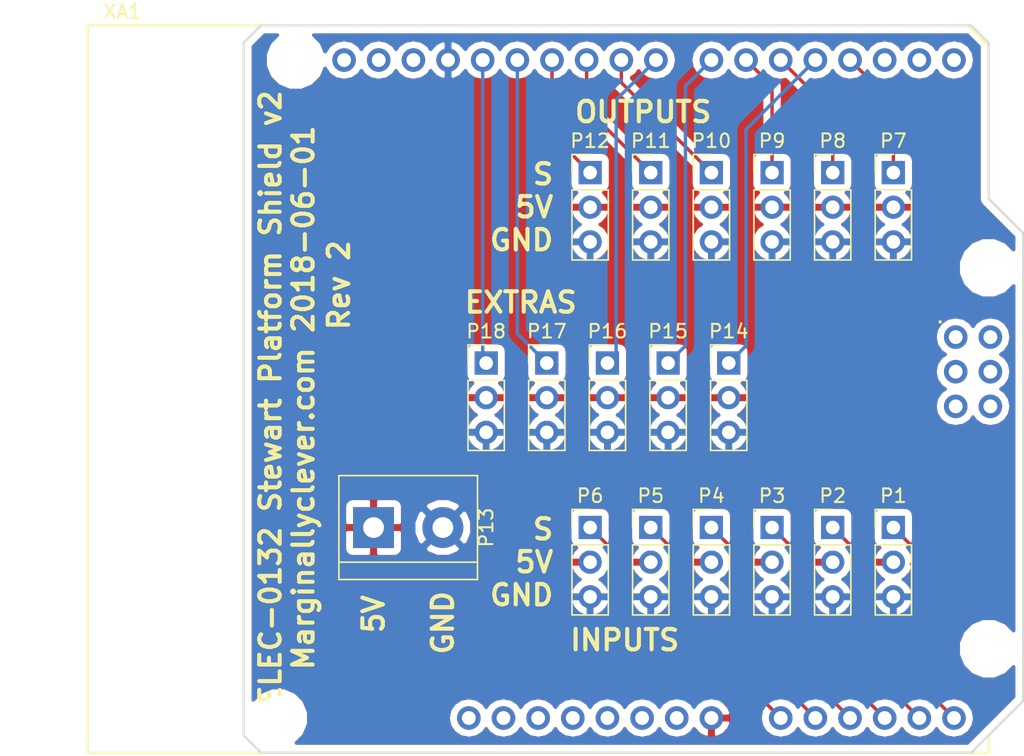
<source format=kicad_pcb>
(kicad_pcb (version 4) (host pcbnew 4.0.2-stable)

  (general
    (links 53)
    (no_connects 0)
    (area 128.829999 65.329999 186.130001 118.820001)
    (thickness 1.6)
    (drawings 21)
    (tracks 49)
    (zones 0)
    (modules 19)
    (nets 38)
  )

  (page A4)
  (layers
    (0 F.Cu signal)
    (31 B.Cu signal)
    (32 B.Adhes user)
    (33 F.Adhes user)
    (34 B.Paste user)
    (35 F.Paste user)
    (36 B.SilkS user)
    (37 F.SilkS user)
    (38 B.Mask user)
    (39 F.Mask user)
    (40 Dwgs.User user)
    (41 Cmts.User user)
    (42 Eco1.User user)
    (43 Eco2.User user)
    (44 Edge.Cuts user)
    (45 Margin user)
    (46 B.CrtYd user)
    (47 F.CrtYd user)
    (48 B.Fab user)
    (49 F.Fab user)
  )

  (setup
    (last_trace_width 0.25)
    (trace_clearance 0.2)
    (zone_clearance 0.508)
    (zone_45_only no)
    (trace_min 0.2)
    (segment_width 0.2)
    (edge_width 0.15)
    (via_size 0.6)
    (via_drill 0.4)
    (via_min_size 0.4)
    (via_min_drill 0.3)
    (uvia_size 0.3)
    (uvia_drill 0.1)
    (uvias_allowed no)
    (uvia_min_size 0.2)
    (uvia_min_drill 0.1)
    (pcb_text_width 0.3)
    (pcb_text_size 1.5 1.5)
    (mod_edge_width 0.15)
    (mod_text_size 1 1)
    (mod_text_width 0.15)
    (pad_size 1.524 1.524)
    (pad_drill 0.762)
    (pad_to_mask_clearance 0.2)
    (aux_axis_origin 0 0)
    (visible_elements 7FFEFFFF)
    (pcbplotparams
      (layerselection 0x00030_80000001)
      (usegerberextensions false)
      (excludeedgelayer true)
      (linewidth 0.100000)
      (plotframeref false)
      (viasonmask false)
      (mode 1)
      (useauxorigin false)
      (hpglpennumber 1)
      (hpglpenspeed 20)
      (hpglpendiameter 15)
      (hpglpenoverlay 2)
      (psnegative false)
      (psa4output false)
      (plotreference true)
      (plotvalue true)
      (plotinvisibletext false)
      (padsonsilk false)
      (subtractmaskfromsilk false)
      (outputformat 1)
      (mirror false)
      (drillshape 1)
      (scaleselection 1)
      (outputdirectory ""))
  )

  (net 0 "")
  (net 1 "Net-(P1-Pad1)")
  (net 2 +5V)
  (net 3 GND)
  (net 4 "Net-(P2-Pad1)")
  (net 5 "Net-(P3-Pad1)")
  (net 6 "Net-(P4-Pad1)")
  (net 7 "Net-(P5-Pad1)")
  (net 8 "Net-(P6-Pad1)")
  (net 9 "Net-(P7-Pad1)")
  (net 10 "Net-(P8-Pad1)")
  (net 11 "Net-(P9-Pad1)")
  (net 12 "Net-(P10-Pad1)")
  (net 13 "Net-(P11-Pad1)")
  (net 14 "Net-(P12-Pad1)")
  (net 15 "Net-(XA1-PadRST2)")
  (net 16 "Net-(XA1-PadGND4)")
  (net 17 "Net-(XA1-PadMOSI)")
  (net 18 "Net-(XA1-PadSCK)")
  (net 19 "Net-(XA1-Pad5V2)")
  (net 20 "Net-(XA1-PadGND3)")
  (net 21 "Net-(XA1-PadGND2)")
  (net 22 "Net-(XA1-Pad5V1)")
  (net 23 "Net-(XA1-Pad3V3)")
  (net 24 "Net-(XA1-PadRST1)")
  (net 25 "Net-(XA1-PadIORF)")
  (net 26 "Net-(XA1-PadD0)")
  (net 27 "Net-(XA1-PadD1)")
  (net 28 "Net-(XA1-PadD2)")
  (net 29 "Net-(XA1-PadSCL)")
  (net 30 "Net-(XA1-PadSDA)")
  (net 31 "Net-(XA1-PadAREF)")
  (net 32 "Net-(XA1-PadMISO)")
  (net 33 "Net-(P14-Pad1)")
  (net 34 "Net-(P15-Pad1)")
  (net 35 "Net-(P16-Pad1)")
  (net 36 "Net-(P17-Pad1)")
  (net 37 "Net-(P18-Pad1)")

  (net_class Default "This is the default net class."
    (clearance 0.2)
    (trace_width 0.25)
    (via_dia 0.6)
    (via_drill 0.4)
    (uvia_dia 0.3)
    (uvia_drill 0.1)
    (add_net +5V)
    (add_net GND)
    (add_net "Net-(P1-Pad1)")
    (add_net "Net-(P10-Pad1)")
    (add_net "Net-(P11-Pad1)")
    (add_net "Net-(P12-Pad1)")
    (add_net "Net-(P14-Pad1)")
    (add_net "Net-(P15-Pad1)")
    (add_net "Net-(P16-Pad1)")
    (add_net "Net-(P17-Pad1)")
    (add_net "Net-(P18-Pad1)")
    (add_net "Net-(P2-Pad1)")
    (add_net "Net-(P3-Pad1)")
    (add_net "Net-(P4-Pad1)")
    (add_net "Net-(P5-Pad1)")
    (add_net "Net-(P6-Pad1)")
    (add_net "Net-(P7-Pad1)")
    (add_net "Net-(P8-Pad1)")
    (add_net "Net-(P9-Pad1)")
    (add_net "Net-(XA1-Pad3V3)")
    (add_net "Net-(XA1-Pad5V1)")
    (add_net "Net-(XA1-Pad5V2)")
    (add_net "Net-(XA1-PadAREF)")
    (add_net "Net-(XA1-PadD0)")
    (add_net "Net-(XA1-PadD1)")
    (add_net "Net-(XA1-PadD2)")
    (add_net "Net-(XA1-PadGND2)")
    (add_net "Net-(XA1-PadGND3)")
    (add_net "Net-(XA1-PadGND4)")
    (add_net "Net-(XA1-PadIORF)")
    (add_net "Net-(XA1-PadMISO)")
    (add_net "Net-(XA1-PadMOSI)")
    (add_net "Net-(XA1-PadRST1)")
    (add_net "Net-(XA1-PadRST2)")
    (add_net "Net-(XA1-PadSCK)")
    (add_net "Net-(XA1-PadSCL)")
    (add_net "Net-(XA1-PadSDA)")
  )

  (module Arduino:Arduino_Uno_Shield locked (layer F.Cu) (tedit 5A8605EC) (tstamp 5B11779B)
    (at 117.475 118.745)
    (descr https://store.arduino.cc/arduino-uno-rev3)
    (path /5B117E51)
    (fp_text reference XA1 (at 2.54 -54.356) (layer F.SilkS)
      (effects (font (size 1 1) (thickness 0.15)))
    )
    (fp_text value Arduino_Uno_Shield (at 15.494 -54.356) (layer F.Fab)
      (effects (font (size 1 1) (thickness 0.15)))
    )
    (fp_line (start 9.525 -32.385) (end -6.35 -32.385) (layer B.CrtYd) (width 0.15))
    (fp_line (start 9.525 -43.815) (end -6.35 -43.815) (layer B.CrtYd) (width 0.15))
    (fp_line (start 9.525 -43.815) (end 9.525 -32.385) (layer B.CrtYd) (width 0.15))
    (fp_line (start -6.35 -43.815) (end -6.35 -32.385) (layer B.CrtYd) (width 0.15))
    (fp_text user . (at 62.484 -32.004) (layer F.SilkS)
      (effects (font (size 1 1) (thickness 0.15)))
    )
    (fp_line (start 11.43 -12.065) (end 11.43 -3.175) (layer B.CrtYd) (width 0.15))
    (fp_line (start -1.905 -3.175) (end 11.43 -3.175) (layer B.CrtYd) (width 0.15))
    (fp_line (start -1.905 -12.065) (end -1.905 -3.175) (layer B.CrtYd) (width 0.15))
    (fp_line (start -1.905 -12.065) (end 11.43 -12.065) (layer B.CrtYd) (width 0.15))
    (fp_line (start 0 -53.34) (end 0 0) (layer F.SilkS) (width 0.15))
    (fp_line (start 66.04 -40.64) (end 66.04 -51.816) (layer F.SilkS) (width 0.15))
    (fp_line (start 68.58 -38.1) (end 66.04 -40.64) (layer F.SilkS) (width 0.15))
    (fp_line (start 68.58 -3.81) (end 68.58 -38.1) (layer F.SilkS) (width 0.15))
    (fp_line (start 66.04 -1.27) (end 68.58 -3.81) (layer F.SilkS) (width 0.15))
    (fp_line (start 66.04 0) (end 66.04 -1.27) (layer F.SilkS) (width 0.15))
    (fp_line (start 64.516 -53.34) (end 66.04 -51.816) (layer F.SilkS) (width 0.15))
    (fp_line (start 0 0) (end 66.04 0) (layer F.SilkS) (width 0.15))
    (fp_line (start 0 -53.34) (end 64.516 -53.34) (layer F.SilkS) (width 0.15))
    (pad RST2 thru_hole oval (at 63.627 -25.4) (size 1.7272 1.7272) (drill 1.016) (layers *.Cu *.Mask)
      (net 15 "Net-(XA1-PadRST2)"))
    (pad GND4 thru_hole oval (at 66.167 -25.4) (size 1.7272 1.7272) (drill 1.016) (layers *.Cu *.Mask)
      (net 16 "Net-(XA1-PadGND4)"))
    (pad MOSI thru_hole oval (at 66.167 -27.94) (size 1.7272 1.7272) (drill 1.016) (layers *.Cu *.Mask)
      (net 17 "Net-(XA1-PadMOSI)"))
    (pad SCK thru_hole oval (at 63.627 -27.94) (size 1.7272 1.7272) (drill 1.016) (layers *.Cu *.Mask)
      (net 18 "Net-(XA1-PadSCK)"))
    (pad 5V2 thru_hole oval (at 66.167 -30.48) (size 1.7272 1.7272) (drill 1.016) (layers *.Cu *.Mask)
      (net 19 "Net-(XA1-Pad5V2)"))
    (pad A0 thru_hole oval (at 50.8 -2.54) (size 1.7272 1.7272) (drill 1.016) (layers *.Cu *.Mask)
      (net 8 "Net-(P6-Pad1)"))
    (pad VIN thru_hole oval (at 45.72 -2.54) (size 1.7272 1.7272) (drill 1.016) (layers *.Cu *.Mask)
      (net 2 +5V))
    (pad GND3 thru_hole oval (at 43.18 -2.54) (size 1.7272 1.7272) (drill 1.016) (layers *.Cu *.Mask)
      (net 20 "Net-(XA1-PadGND3)"))
    (pad GND2 thru_hole oval (at 40.64 -2.54) (size 1.7272 1.7272) (drill 1.016) (layers *.Cu *.Mask)
      (net 21 "Net-(XA1-PadGND2)"))
    (pad 5V1 thru_hole oval (at 38.1 -2.54) (size 1.7272 1.7272) (drill 1.016) (layers *.Cu *.Mask)
      (net 22 "Net-(XA1-Pad5V1)"))
    (pad 3V3 thru_hole oval (at 35.56 -2.54) (size 1.7272 1.7272) (drill 1.016) (layers *.Cu *.Mask)
      (net 23 "Net-(XA1-Pad3V3)"))
    (pad RST1 thru_hole oval (at 33.02 -2.54) (size 1.7272 1.7272) (drill 1.016) (layers *.Cu *.Mask)
      (net 24 "Net-(XA1-PadRST1)"))
    (pad IORF thru_hole oval (at 30.48 -2.54) (size 1.7272 1.7272) (drill 1.016) (layers *.Cu *.Mask)
      (net 25 "Net-(XA1-PadIORF)"))
    (pad D0 thru_hole oval (at 63.5 -50.8) (size 1.7272 1.7272) (drill 1.016) (layers *.Cu *.Mask)
      (net 26 "Net-(XA1-PadD0)"))
    (pad D1 thru_hole oval (at 60.96 -50.8) (size 1.7272 1.7272) (drill 1.016) (layers *.Cu *.Mask)
      (net 27 "Net-(XA1-PadD1)"))
    (pad D2 thru_hole oval (at 58.42 -50.8) (size 1.7272 1.7272) (drill 1.016) (layers *.Cu *.Mask)
      (net 28 "Net-(XA1-PadD2)"))
    (pad D3 thru_hole oval (at 55.88 -50.8) (size 1.7272 1.7272) (drill 1.016) (layers *.Cu *.Mask)
      (net 9 "Net-(P7-Pad1)"))
    (pad D4 thru_hole oval (at 53.34 -50.8) (size 1.7272 1.7272) (drill 1.016) (layers *.Cu *.Mask)
      (net 33 "Net-(P14-Pad1)"))
    (pad D5 thru_hole oval (at 50.8 -50.8) (size 1.7272 1.7272) (drill 1.016) (layers *.Cu *.Mask)
      (net 10 "Net-(P8-Pad1)"))
    (pad D6 thru_hole oval (at 48.26 -50.8) (size 1.7272 1.7272) (drill 1.016) (layers *.Cu *.Mask)
      (net 11 "Net-(P9-Pad1)"))
    (pad D7 thru_hole oval (at 45.72 -50.8) (size 1.7272 1.7272) (drill 1.016) (layers *.Cu *.Mask)
      (net 34 "Net-(P15-Pad1)"))
    (pad GND1 thru_hole oval (at 26.416 -50.8) (size 1.7272 1.7272) (drill 1.016) (layers *.Cu *.Mask)
      (net 3 GND))
    (pad D8 thru_hole oval (at 41.656 -50.8) (size 1.7272 1.7272) (drill 1.016) (layers *.Cu *.Mask)
      (net 35 "Net-(P16-Pad1)"))
    (pad D9 thru_hole oval (at 39.116 -50.8) (size 1.7272 1.7272) (drill 1.016) (layers *.Cu *.Mask)
      (net 12 "Net-(P10-Pad1)"))
    (pad D10 thru_hole oval (at 36.576 -50.8) (size 1.7272 1.7272) (drill 1.016) (layers *.Cu *.Mask)
      (net 13 "Net-(P11-Pad1)"))
    (pad "" np_thru_hole circle (at 66.04 -7.62) (size 3.2 3.2) (drill 3.2) (layers *.Cu *.Mask))
    (pad "" np_thru_hole circle (at 66.04 -35.56) (size 3.2 3.2) (drill 3.2) (layers *.Cu *.Mask))
    (pad "" np_thru_hole circle (at 15.24 -50.8) (size 3.2 3.2) (drill 3.2) (layers *.Cu *.Mask))
    (pad "" np_thru_hole circle (at 13.97 -2.54) (size 3.2 3.2) (drill 3.2) (layers *.Cu *.Mask))
    (pad SCL thru_hole oval (at 18.796 -50.8) (size 1.7272 1.7272) (drill 1.016) (layers *.Cu *.Mask)
      (net 29 "Net-(XA1-PadSCL)"))
    (pad SDA thru_hole oval (at 21.336 -50.8) (size 1.7272 1.7272) (drill 1.016) (layers *.Cu *.Mask)
      (net 30 "Net-(XA1-PadSDA)"))
    (pad AREF thru_hole oval (at 23.876 -50.8) (size 1.7272 1.7272) (drill 1.016) (layers *.Cu *.Mask)
      (net 31 "Net-(XA1-PadAREF)"))
    (pad D13 thru_hole oval (at 28.956 -50.8) (size 1.7272 1.7272) (drill 1.016) (layers *.Cu *.Mask)
      (net 37 "Net-(P18-Pad1)"))
    (pad D12 thru_hole oval (at 31.496 -50.8) (size 1.7272 1.7272) (drill 1.016) (layers *.Cu *.Mask)
      (net 36 "Net-(P17-Pad1)"))
    (pad D11 thru_hole oval (at 34.036 -50.8) (size 1.7272 1.7272) (drill 1.016) (layers *.Cu *.Mask)
      (net 14 "Net-(P12-Pad1)"))
    (pad "" thru_hole oval (at 27.94 -2.54) (size 1.7272 1.7272) (drill 1.016) (layers *.Cu *.Mask))
    (pad A1 thru_hole oval (at 53.34 -2.54) (size 1.7272 1.7272) (drill 1.016) (layers *.Cu *.Mask)
      (net 7 "Net-(P5-Pad1)"))
    (pad A2 thru_hole oval (at 55.88 -2.54) (size 1.7272 1.7272) (drill 1.016) (layers *.Cu *.Mask)
      (net 6 "Net-(P4-Pad1)"))
    (pad A3 thru_hole oval (at 58.42 -2.54) (size 1.7272 1.7272) (drill 1.016) (layers *.Cu *.Mask)
      (net 5 "Net-(P3-Pad1)"))
    (pad A4 thru_hole oval (at 60.96 -2.54) (size 1.7272 1.7272) (drill 1.016) (layers *.Cu *.Mask)
      (net 4 "Net-(P2-Pad1)"))
    (pad A5 thru_hole oval (at 63.5 -2.54) (size 1.7272 1.7272) (drill 1.016) (layers *.Cu *.Mask)
      (net 1 "Net-(P1-Pad1)"))
    (pad MISO thru_hole oval (at 63.627 -30.48) (size 1.7272 1.7272) (drill 1.016) (layers *.Cu *.Mask)
      (net 32 "Net-(XA1-PadMISO)"))
  )

  (module Socket_Strips:Socket_Strip_Straight_1x03_Pitch2.54mm (layer F.Cu) (tedit 58CD5446) (tstamp 5B117B5C)
    (at 176.53 102.235)
    (descr "Through hole straight socket strip, 1x03, 2.54mm pitch, single row")
    (tags "Through hole socket strip THT 1x03 2.54mm single row")
    (path /5B117A77)
    (fp_text reference P1 (at 0 -2.33) (layer F.SilkS)
      (effects (font (size 1 1) (thickness 0.15)))
    )
    (fp_text value CONN_01X03 (at 0 7.41) (layer F.Fab)
      (effects (font (size 1 1) (thickness 0.15)))
    )
    (fp_line (start -1.27 -1.27) (end -1.27 6.35) (layer F.Fab) (width 0.1))
    (fp_line (start -1.27 6.35) (end 1.27 6.35) (layer F.Fab) (width 0.1))
    (fp_line (start 1.27 6.35) (end 1.27 -1.27) (layer F.Fab) (width 0.1))
    (fp_line (start 1.27 -1.27) (end -1.27 -1.27) (layer F.Fab) (width 0.1))
    (fp_line (start -1.33 1.27) (end -1.33 6.41) (layer F.SilkS) (width 0.12))
    (fp_line (start -1.33 6.41) (end 1.33 6.41) (layer F.SilkS) (width 0.12))
    (fp_line (start 1.33 6.41) (end 1.33 1.27) (layer F.SilkS) (width 0.12))
    (fp_line (start 1.33 1.27) (end -1.33 1.27) (layer F.SilkS) (width 0.12))
    (fp_line (start -1.33 0) (end -1.33 -1.33) (layer F.SilkS) (width 0.12))
    (fp_line (start -1.33 -1.33) (end 0 -1.33) (layer F.SilkS) (width 0.12))
    (fp_line (start -1.8 -1.8) (end -1.8 6.85) (layer F.CrtYd) (width 0.05))
    (fp_line (start -1.8 6.85) (end 1.8 6.85) (layer F.CrtYd) (width 0.05))
    (fp_line (start 1.8 6.85) (end 1.8 -1.8) (layer F.CrtYd) (width 0.05))
    (fp_line (start 1.8 -1.8) (end -1.8 -1.8) (layer F.CrtYd) (width 0.05))
    (fp_text user %R (at 0 -2.33) (layer F.Fab)
      (effects (font (size 1 1) (thickness 0.15)))
    )
    (pad 1 thru_hole rect (at 0 0) (size 1.7 1.7) (drill 1) (layers *.Cu *.Mask)
      (net 1 "Net-(P1-Pad1)"))
    (pad 2 thru_hole oval (at 0 2.54) (size 1.7 1.7) (drill 1) (layers *.Cu *.Mask)
      (net 2 +5V))
    (pad 3 thru_hole oval (at 0 5.08) (size 1.7 1.7) (drill 1) (layers *.Cu *.Mask)
      (net 3 GND))
    (model ${KISYS3DMOD}/Socket_Strips.3dshapes/Socket_Strip_Straight_1x03_Pitch2.54mm.wrl
      (at (xyz 0 -0.1 0))
      (scale (xyz 1 1 1))
      (rotate (xyz 0 0 270))
    )
  )

  (module Socket_Strips:Socket_Strip_Straight_1x03_Pitch2.54mm (layer F.Cu) (tedit 58CD5446) (tstamp 5B117B62)
    (at 172.085 102.235)
    (descr "Through hole straight socket strip, 1x03, 2.54mm pitch, single row")
    (tags "Through hole socket strip THT 1x03 2.54mm single row")
    (path /5B117A7D)
    (fp_text reference P2 (at 0 -2.33) (layer F.SilkS)
      (effects (font (size 1 1) (thickness 0.15)))
    )
    (fp_text value CONN_01X03 (at 0 7.41) (layer F.Fab)
      (effects (font (size 1 1) (thickness 0.15)))
    )
    (fp_line (start -1.27 -1.27) (end -1.27 6.35) (layer F.Fab) (width 0.1))
    (fp_line (start -1.27 6.35) (end 1.27 6.35) (layer F.Fab) (width 0.1))
    (fp_line (start 1.27 6.35) (end 1.27 -1.27) (layer F.Fab) (width 0.1))
    (fp_line (start 1.27 -1.27) (end -1.27 -1.27) (layer F.Fab) (width 0.1))
    (fp_line (start -1.33 1.27) (end -1.33 6.41) (layer F.SilkS) (width 0.12))
    (fp_line (start -1.33 6.41) (end 1.33 6.41) (layer F.SilkS) (width 0.12))
    (fp_line (start 1.33 6.41) (end 1.33 1.27) (layer F.SilkS) (width 0.12))
    (fp_line (start 1.33 1.27) (end -1.33 1.27) (layer F.SilkS) (width 0.12))
    (fp_line (start -1.33 0) (end -1.33 -1.33) (layer F.SilkS) (width 0.12))
    (fp_line (start -1.33 -1.33) (end 0 -1.33) (layer F.SilkS) (width 0.12))
    (fp_line (start -1.8 -1.8) (end -1.8 6.85) (layer F.CrtYd) (width 0.05))
    (fp_line (start -1.8 6.85) (end 1.8 6.85) (layer F.CrtYd) (width 0.05))
    (fp_line (start 1.8 6.85) (end 1.8 -1.8) (layer F.CrtYd) (width 0.05))
    (fp_line (start 1.8 -1.8) (end -1.8 -1.8) (layer F.CrtYd) (width 0.05))
    (fp_text user %R (at 0 -2.33) (layer F.Fab)
      (effects (font (size 1 1) (thickness 0.15)))
    )
    (pad 1 thru_hole rect (at 0 0) (size 1.7 1.7) (drill 1) (layers *.Cu *.Mask)
      (net 4 "Net-(P2-Pad1)"))
    (pad 2 thru_hole oval (at 0 2.54) (size 1.7 1.7) (drill 1) (layers *.Cu *.Mask)
      (net 2 +5V))
    (pad 3 thru_hole oval (at 0 5.08) (size 1.7 1.7) (drill 1) (layers *.Cu *.Mask)
      (net 3 GND))
    (model ${KISYS3DMOD}/Socket_Strips.3dshapes/Socket_Strip_Straight_1x03_Pitch2.54mm.wrl
      (at (xyz 0 -0.1 0))
      (scale (xyz 1 1 1))
      (rotate (xyz 0 0 270))
    )
  )

  (module Socket_Strips:Socket_Strip_Straight_1x03_Pitch2.54mm (layer F.Cu) (tedit 58CD5446) (tstamp 5B117B68)
    (at 167.64 102.235)
    (descr "Through hole straight socket strip, 1x03, 2.54mm pitch, single row")
    (tags "Through hole socket strip THT 1x03 2.54mm single row")
    (path /5B117A83)
    (fp_text reference P3 (at 0 -2.33) (layer F.SilkS)
      (effects (font (size 1 1) (thickness 0.15)))
    )
    (fp_text value CONN_01X03 (at 0 7.41) (layer F.Fab)
      (effects (font (size 1 1) (thickness 0.15)))
    )
    (fp_line (start -1.27 -1.27) (end -1.27 6.35) (layer F.Fab) (width 0.1))
    (fp_line (start -1.27 6.35) (end 1.27 6.35) (layer F.Fab) (width 0.1))
    (fp_line (start 1.27 6.35) (end 1.27 -1.27) (layer F.Fab) (width 0.1))
    (fp_line (start 1.27 -1.27) (end -1.27 -1.27) (layer F.Fab) (width 0.1))
    (fp_line (start -1.33 1.27) (end -1.33 6.41) (layer F.SilkS) (width 0.12))
    (fp_line (start -1.33 6.41) (end 1.33 6.41) (layer F.SilkS) (width 0.12))
    (fp_line (start 1.33 6.41) (end 1.33 1.27) (layer F.SilkS) (width 0.12))
    (fp_line (start 1.33 1.27) (end -1.33 1.27) (layer F.SilkS) (width 0.12))
    (fp_line (start -1.33 0) (end -1.33 -1.33) (layer F.SilkS) (width 0.12))
    (fp_line (start -1.33 -1.33) (end 0 -1.33) (layer F.SilkS) (width 0.12))
    (fp_line (start -1.8 -1.8) (end -1.8 6.85) (layer F.CrtYd) (width 0.05))
    (fp_line (start -1.8 6.85) (end 1.8 6.85) (layer F.CrtYd) (width 0.05))
    (fp_line (start 1.8 6.85) (end 1.8 -1.8) (layer F.CrtYd) (width 0.05))
    (fp_line (start 1.8 -1.8) (end -1.8 -1.8) (layer F.CrtYd) (width 0.05))
    (fp_text user %R (at 0 -2.33) (layer F.Fab)
      (effects (font (size 1 1) (thickness 0.15)))
    )
    (pad 1 thru_hole rect (at 0 0) (size 1.7 1.7) (drill 1) (layers *.Cu *.Mask)
      (net 5 "Net-(P3-Pad1)"))
    (pad 2 thru_hole oval (at 0 2.54) (size 1.7 1.7) (drill 1) (layers *.Cu *.Mask)
      (net 2 +5V))
    (pad 3 thru_hole oval (at 0 5.08) (size 1.7 1.7) (drill 1) (layers *.Cu *.Mask)
      (net 3 GND))
    (model ${KISYS3DMOD}/Socket_Strips.3dshapes/Socket_Strip_Straight_1x03_Pitch2.54mm.wrl
      (at (xyz 0 -0.1 0))
      (scale (xyz 1 1 1))
      (rotate (xyz 0 0 270))
    )
  )

  (module Socket_Strips:Socket_Strip_Straight_1x03_Pitch2.54mm (layer F.Cu) (tedit 58CD5446) (tstamp 5B117B6E)
    (at 163.195 102.235)
    (descr "Through hole straight socket strip, 1x03, 2.54mm pitch, single row")
    (tags "Through hole socket strip THT 1x03 2.54mm single row")
    (path /5B117A89)
    (fp_text reference P4 (at 0 -2.33) (layer F.SilkS)
      (effects (font (size 1 1) (thickness 0.15)))
    )
    (fp_text value CONN_01X03 (at 0 7.41) (layer F.Fab)
      (effects (font (size 1 1) (thickness 0.15)))
    )
    (fp_line (start -1.27 -1.27) (end -1.27 6.35) (layer F.Fab) (width 0.1))
    (fp_line (start -1.27 6.35) (end 1.27 6.35) (layer F.Fab) (width 0.1))
    (fp_line (start 1.27 6.35) (end 1.27 -1.27) (layer F.Fab) (width 0.1))
    (fp_line (start 1.27 -1.27) (end -1.27 -1.27) (layer F.Fab) (width 0.1))
    (fp_line (start -1.33 1.27) (end -1.33 6.41) (layer F.SilkS) (width 0.12))
    (fp_line (start -1.33 6.41) (end 1.33 6.41) (layer F.SilkS) (width 0.12))
    (fp_line (start 1.33 6.41) (end 1.33 1.27) (layer F.SilkS) (width 0.12))
    (fp_line (start 1.33 1.27) (end -1.33 1.27) (layer F.SilkS) (width 0.12))
    (fp_line (start -1.33 0) (end -1.33 -1.33) (layer F.SilkS) (width 0.12))
    (fp_line (start -1.33 -1.33) (end 0 -1.33) (layer F.SilkS) (width 0.12))
    (fp_line (start -1.8 -1.8) (end -1.8 6.85) (layer F.CrtYd) (width 0.05))
    (fp_line (start -1.8 6.85) (end 1.8 6.85) (layer F.CrtYd) (width 0.05))
    (fp_line (start 1.8 6.85) (end 1.8 -1.8) (layer F.CrtYd) (width 0.05))
    (fp_line (start 1.8 -1.8) (end -1.8 -1.8) (layer F.CrtYd) (width 0.05))
    (fp_text user %R (at 0 -2.33) (layer F.Fab)
      (effects (font (size 1 1) (thickness 0.15)))
    )
    (pad 1 thru_hole rect (at 0 0) (size 1.7 1.7) (drill 1) (layers *.Cu *.Mask)
      (net 6 "Net-(P4-Pad1)"))
    (pad 2 thru_hole oval (at 0 2.54) (size 1.7 1.7) (drill 1) (layers *.Cu *.Mask)
      (net 2 +5V))
    (pad 3 thru_hole oval (at 0 5.08) (size 1.7 1.7) (drill 1) (layers *.Cu *.Mask)
      (net 3 GND))
    (model ${KISYS3DMOD}/Socket_Strips.3dshapes/Socket_Strip_Straight_1x03_Pitch2.54mm.wrl
      (at (xyz 0 -0.1 0))
      (scale (xyz 1 1 1))
      (rotate (xyz 0 0 270))
    )
  )

  (module Socket_Strips:Socket_Strip_Straight_1x03_Pitch2.54mm (layer F.Cu) (tedit 58CD5446) (tstamp 5B117B74)
    (at 158.75 102.235)
    (descr "Through hole straight socket strip, 1x03, 2.54mm pitch, single row")
    (tags "Through hole socket strip THT 1x03 2.54mm single row")
    (path /5B117A8F)
    (fp_text reference P5 (at 0 -2.33) (layer F.SilkS)
      (effects (font (size 1 1) (thickness 0.15)))
    )
    (fp_text value CONN_01X03 (at 0 7.41) (layer F.Fab)
      (effects (font (size 1 1) (thickness 0.15)))
    )
    (fp_line (start -1.27 -1.27) (end -1.27 6.35) (layer F.Fab) (width 0.1))
    (fp_line (start -1.27 6.35) (end 1.27 6.35) (layer F.Fab) (width 0.1))
    (fp_line (start 1.27 6.35) (end 1.27 -1.27) (layer F.Fab) (width 0.1))
    (fp_line (start 1.27 -1.27) (end -1.27 -1.27) (layer F.Fab) (width 0.1))
    (fp_line (start -1.33 1.27) (end -1.33 6.41) (layer F.SilkS) (width 0.12))
    (fp_line (start -1.33 6.41) (end 1.33 6.41) (layer F.SilkS) (width 0.12))
    (fp_line (start 1.33 6.41) (end 1.33 1.27) (layer F.SilkS) (width 0.12))
    (fp_line (start 1.33 1.27) (end -1.33 1.27) (layer F.SilkS) (width 0.12))
    (fp_line (start -1.33 0) (end -1.33 -1.33) (layer F.SilkS) (width 0.12))
    (fp_line (start -1.33 -1.33) (end 0 -1.33) (layer F.SilkS) (width 0.12))
    (fp_line (start -1.8 -1.8) (end -1.8 6.85) (layer F.CrtYd) (width 0.05))
    (fp_line (start -1.8 6.85) (end 1.8 6.85) (layer F.CrtYd) (width 0.05))
    (fp_line (start 1.8 6.85) (end 1.8 -1.8) (layer F.CrtYd) (width 0.05))
    (fp_line (start 1.8 -1.8) (end -1.8 -1.8) (layer F.CrtYd) (width 0.05))
    (fp_text user %R (at 0 -2.33) (layer F.Fab)
      (effects (font (size 1 1) (thickness 0.15)))
    )
    (pad 1 thru_hole rect (at 0 0) (size 1.7 1.7) (drill 1) (layers *.Cu *.Mask)
      (net 7 "Net-(P5-Pad1)"))
    (pad 2 thru_hole oval (at 0 2.54) (size 1.7 1.7) (drill 1) (layers *.Cu *.Mask)
      (net 2 +5V))
    (pad 3 thru_hole oval (at 0 5.08) (size 1.7 1.7) (drill 1) (layers *.Cu *.Mask)
      (net 3 GND))
    (model ${KISYS3DMOD}/Socket_Strips.3dshapes/Socket_Strip_Straight_1x03_Pitch2.54mm.wrl
      (at (xyz 0 -0.1 0))
      (scale (xyz 1 1 1))
      (rotate (xyz 0 0 270))
    )
  )

  (module Socket_Strips:Socket_Strip_Straight_1x03_Pitch2.54mm (layer F.Cu) (tedit 58CD5446) (tstamp 5B117B7A)
    (at 154.305 102.235)
    (descr "Through hole straight socket strip, 1x03, 2.54mm pitch, single row")
    (tags "Through hole socket strip THT 1x03 2.54mm single row")
    (path /5B117A95)
    (fp_text reference P6 (at 0 -2.33) (layer F.SilkS)
      (effects (font (size 1 1) (thickness 0.15)))
    )
    (fp_text value CONN_01X03 (at 0 7.41) (layer F.Fab)
      (effects (font (size 1 1) (thickness 0.15)))
    )
    (fp_line (start -1.27 -1.27) (end -1.27 6.35) (layer F.Fab) (width 0.1))
    (fp_line (start -1.27 6.35) (end 1.27 6.35) (layer F.Fab) (width 0.1))
    (fp_line (start 1.27 6.35) (end 1.27 -1.27) (layer F.Fab) (width 0.1))
    (fp_line (start 1.27 -1.27) (end -1.27 -1.27) (layer F.Fab) (width 0.1))
    (fp_line (start -1.33 1.27) (end -1.33 6.41) (layer F.SilkS) (width 0.12))
    (fp_line (start -1.33 6.41) (end 1.33 6.41) (layer F.SilkS) (width 0.12))
    (fp_line (start 1.33 6.41) (end 1.33 1.27) (layer F.SilkS) (width 0.12))
    (fp_line (start 1.33 1.27) (end -1.33 1.27) (layer F.SilkS) (width 0.12))
    (fp_line (start -1.33 0) (end -1.33 -1.33) (layer F.SilkS) (width 0.12))
    (fp_line (start -1.33 -1.33) (end 0 -1.33) (layer F.SilkS) (width 0.12))
    (fp_line (start -1.8 -1.8) (end -1.8 6.85) (layer F.CrtYd) (width 0.05))
    (fp_line (start -1.8 6.85) (end 1.8 6.85) (layer F.CrtYd) (width 0.05))
    (fp_line (start 1.8 6.85) (end 1.8 -1.8) (layer F.CrtYd) (width 0.05))
    (fp_line (start 1.8 -1.8) (end -1.8 -1.8) (layer F.CrtYd) (width 0.05))
    (fp_text user %R (at 0 -2.33) (layer F.Fab)
      (effects (font (size 1 1) (thickness 0.15)))
    )
    (pad 1 thru_hole rect (at 0 0) (size 1.7 1.7) (drill 1) (layers *.Cu *.Mask)
      (net 8 "Net-(P6-Pad1)"))
    (pad 2 thru_hole oval (at 0 2.54) (size 1.7 1.7) (drill 1) (layers *.Cu *.Mask)
      (net 2 +5V))
    (pad 3 thru_hole oval (at 0 5.08) (size 1.7 1.7) (drill 1) (layers *.Cu *.Mask)
      (net 3 GND))
    (model ${KISYS3DMOD}/Socket_Strips.3dshapes/Socket_Strip_Straight_1x03_Pitch2.54mm.wrl
      (at (xyz 0 -0.1 0))
      (scale (xyz 1 1 1))
      (rotate (xyz 0 0 270))
    )
  )

  (module Socket_Strips:Socket_Strip_Straight_1x03_Pitch2.54mm (layer F.Cu) (tedit 58CD5446) (tstamp 5B117B80)
    (at 176.53 76.2)
    (descr "Through hole straight socket strip, 1x03, 2.54mm pitch, single row")
    (tags "Through hole socket strip THT 1x03 2.54mm single row")
    (path /5B116FD9)
    (fp_text reference P7 (at 0 -2.33) (layer F.SilkS)
      (effects (font (size 1 1) (thickness 0.15)))
    )
    (fp_text value CONN_01X03 (at 0 7.41) (layer F.Fab)
      (effects (font (size 1 1) (thickness 0.15)))
    )
    (fp_line (start -1.27 -1.27) (end -1.27 6.35) (layer F.Fab) (width 0.1))
    (fp_line (start -1.27 6.35) (end 1.27 6.35) (layer F.Fab) (width 0.1))
    (fp_line (start 1.27 6.35) (end 1.27 -1.27) (layer F.Fab) (width 0.1))
    (fp_line (start 1.27 -1.27) (end -1.27 -1.27) (layer F.Fab) (width 0.1))
    (fp_line (start -1.33 1.27) (end -1.33 6.41) (layer F.SilkS) (width 0.12))
    (fp_line (start -1.33 6.41) (end 1.33 6.41) (layer F.SilkS) (width 0.12))
    (fp_line (start 1.33 6.41) (end 1.33 1.27) (layer F.SilkS) (width 0.12))
    (fp_line (start 1.33 1.27) (end -1.33 1.27) (layer F.SilkS) (width 0.12))
    (fp_line (start -1.33 0) (end -1.33 -1.33) (layer F.SilkS) (width 0.12))
    (fp_line (start -1.33 -1.33) (end 0 -1.33) (layer F.SilkS) (width 0.12))
    (fp_line (start -1.8 -1.8) (end -1.8 6.85) (layer F.CrtYd) (width 0.05))
    (fp_line (start -1.8 6.85) (end 1.8 6.85) (layer F.CrtYd) (width 0.05))
    (fp_line (start 1.8 6.85) (end 1.8 -1.8) (layer F.CrtYd) (width 0.05))
    (fp_line (start 1.8 -1.8) (end -1.8 -1.8) (layer F.CrtYd) (width 0.05))
    (fp_text user %R (at 0 -2.33) (layer F.Fab)
      (effects (font (size 1 1) (thickness 0.15)))
    )
    (pad 1 thru_hole rect (at 0 0) (size 1.7 1.7) (drill 1) (layers *.Cu *.Mask)
      (net 9 "Net-(P7-Pad1)"))
    (pad 2 thru_hole oval (at 0 2.54) (size 1.7 1.7) (drill 1) (layers *.Cu *.Mask)
      (net 2 +5V))
    (pad 3 thru_hole oval (at 0 5.08) (size 1.7 1.7) (drill 1) (layers *.Cu *.Mask)
      (net 3 GND))
    (model ${KISYS3DMOD}/Socket_Strips.3dshapes/Socket_Strip_Straight_1x03_Pitch2.54mm.wrl
      (at (xyz 0 -0.1 0))
      (scale (xyz 1 1 1))
      (rotate (xyz 0 0 270))
    )
  )

  (module Socket_Strips:Socket_Strip_Straight_1x03_Pitch2.54mm (layer F.Cu) (tedit 58CD5446) (tstamp 5B117B86)
    (at 172.085 76.2)
    (descr "Through hole straight socket strip, 1x03, 2.54mm pitch, single row")
    (tags "Through hole socket strip THT 1x03 2.54mm single row")
    (path /5B11728E)
    (fp_text reference P8 (at 0 -2.33) (layer F.SilkS)
      (effects (font (size 1 1) (thickness 0.15)))
    )
    (fp_text value CONN_01X03 (at 0 7.41) (layer F.Fab)
      (effects (font (size 1 1) (thickness 0.15)))
    )
    (fp_line (start -1.27 -1.27) (end -1.27 6.35) (layer F.Fab) (width 0.1))
    (fp_line (start -1.27 6.35) (end 1.27 6.35) (layer F.Fab) (width 0.1))
    (fp_line (start 1.27 6.35) (end 1.27 -1.27) (layer F.Fab) (width 0.1))
    (fp_line (start 1.27 -1.27) (end -1.27 -1.27) (layer F.Fab) (width 0.1))
    (fp_line (start -1.33 1.27) (end -1.33 6.41) (layer F.SilkS) (width 0.12))
    (fp_line (start -1.33 6.41) (end 1.33 6.41) (layer F.SilkS) (width 0.12))
    (fp_line (start 1.33 6.41) (end 1.33 1.27) (layer F.SilkS) (width 0.12))
    (fp_line (start 1.33 1.27) (end -1.33 1.27) (layer F.SilkS) (width 0.12))
    (fp_line (start -1.33 0) (end -1.33 -1.33) (layer F.SilkS) (width 0.12))
    (fp_line (start -1.33 -1.33) (end 0 -1.33) (layer F.SilkS) (width 0.12))
    (fp_line (start -1.8 -1.8) (end -1.8 6.85) (layer F.CrtYd) (width 0.05))
    (fp_line (start -1.8 6.85) (end 1.8 6.85) (layer F.CrtYd) (width 0.05))
    (fp_line (start 1.8 6.85) (end 1.8 -1.8) (layer F.CrtYd) (width 0.05))
    (fp_line (start 1.8 -1.8) (end -1.8 -1.8) (layer F.CrtYd) (width 0.05))
    (fp_text user %R (at 0 -2.33) (layer F.Fab)
      (effects (font (size 1 1) (thickness 0.15)))
    )
    (pad 1 thru_hole rect (at 0 0) (size 1.7 1.7) (drill 1) (layers *.Cu *.Mask)
      (net 10 "Net-(P8-Pad1)"))
    (pad 2 thru_hole oval (at 0 2.54) (size 1.7 1.7) (drill 1) (layers *.Cu *.Mask)
      (net 2 +5V))
    (pad 3 thru_hole oval (at 0 5.08) (size 1.7 1.7) (drill 1) (layers *.Cu *.Mask)
      (net 3 GND))
    (model ${KISYS3DMOD}/Socket_Strips.3dshapes/Socket_Strip_Straight_1x03_Pitch2.54mm.wrl
      (at (xyz 0 -0.1 0))
      (scale (xyz 1 1 1))
      (rotate (xyz 0 0 270))
    )
  )

  (module Socket_Strips:Socket_Strip_Straight_1x03_Pitch2.54mm (layer F.Cu) (tedit 58CD5446) (tstamp 5B117B8C)
    (at 167.64 76.2)
    (descr "Through hole straight socket strip, 1x03, 2.54mm pitch, single row")
    (tags "Through hole socket strip THT 1x03 2.54mm single row")
    (path /5B117442)
    (fp_text reference P9 (at 0 -2.33) (layer F.SilkS)
      (effects (font (size 1 1) (thickness 0.15)))
    )
    (fp_text value CONN_01X03 (at 0 7.41) (layer F.Fab)
      (effects (font (size 1 1) (thickness 0.15)))
    )
    (fp_line (start -1.27 -1.27) (end -1.27 6.35) (layer F.Fab) (width 0.1))
    (fp_line (start -1.27 6.35) (end 1.27 6.35) (layer F.Fab) (width 0.1))
    (fp_line (start 1.27 6.35) (end 1.27 -1.27) (layer F.Fab) (width 0.1))
    (fp_line (start 1.27 -1.27) (end -1.27 -1.27) (layer F.Fab) (width 0.1))
    (fp_line (start -1.33 1.27) (end -1.33 6.41) (layer F.SilkS) (width 0.12))
    (fp_line (start -1.33 6.41) (end 1.33 6.41) (layer F.SilkS) (width 0.12))
    (fp_line (start 1.33 6.41) (end 1.33 1.27) (layer F.SilkS) (width 0.12))
    (fp_line (start 1.33 1.27) (end -1.33 1.27) (layer F.SilkS) (width 0.12))
    (fp_line (start -1.33 0) (end -1.33 -1.33) (layer F.SilkS) (width 0.12))
    (fp_line (start -1.33 -1.33) (end 0 -1.33) (layer F.SilkS) (width 0.12))
    (fp_line (start -1.8 -1.8) (end -1.8 6.85) (layer F.CrtYd) (width 0.05))
    (fp_line (start -1.8 6.85) (end 1.8 6.85) (layer F.CrtYd) (width 0.05))
    (fp_line (start 1.8 6.85) (end 1.8 -1.8) (layer F.CrtYd) (width 0.05))
    (fp_line (start 1.8 -1.8) (end -1.8 -1.8) (layer F.CrtYd) (width 0.05))
    (fp_text user %R (at 0 -2.33) (layer F.Fab)
      (effects (font (size 1 1) (thickness 0.15)))
    )
    (pad 1 thru_hole rect (at 0 0) (size 1.7 1.7) (drill 1) (layers *.Cu *.Mask)
      (net 11 "Net-(P9-Pad1)"))
    (pad 2 thru_hole oval (at 0 2.54) (size 1.7 1.7) (drill 1) (layers *.Cu *.Mask)
      (net 2 +5V))
    (pad 3 thru_hole oval (at 0 5.08) (size 1.7 1.7) (drill 1) (layers *.Cu *.Mask)
      (net 3 GND))
    (model ${KISYS3DMOD}/Socket_Strips.3dshapes/Socket_Strip_Straight_1x03_Pitch2.54mm.wrl
      (at (xyz 0 -0.1 0))
      (scale (xyz 1 1 1))
      (rotate (xyz 0 0 270))
    )
  )

  (module Socket_Strips:Socket_Strip_Straight_1x03_Pitch2.54mm (layer F.Cu) (tedit 58CD5446) (tstamp 5B117B92)
    (at 163.195 76.2)
    (descr "Through hole straight socket strip, 1x03, 2.54mm pitch, single row")
    (tags "Through hole socket strip THT 1x03 2.54mm single row")
    (path /5B1174D7)
    (fp_text reference P10 (at 0 -2.33) (layer F.SilkS)
      (effects (font (size 1 1) (thickness 0.15)))
    )
    (fp_text value CONN_01X03 (at 0 7.41) (layer F.Fab)
      (effects (font (size 1 1) (thickness 0.15)))
    )
    (fp_line (start -1.27 -1.27) (end -1.27 6.35) (layer F.Fab) (width 0.1))
    (fp_line (start -1.27 6.35) (end 1.27 6.35) (layer F.Fab) (width 0.1))
    (fp_line (start 1.27 6.35) (end 1.27 -1.27) (layer F.Fab) (width 0.1))
    (fp_line (start 1.27 -1.27) (end -1.27 -1.27) (layer F.Fab) (width 0.1))
    (fp_line (start -1.33 1.27) (end -1.33 6.41) (layer F.SilkS) (width 0.12))
    (fp_line (start -1.33 6.41) (end 1.33 6.41) (layer F.SilkS) (width 0.12))
    (fp_line (start 1.33 6.41) (end 1.33 1.27) (layer F.SilkS) (width 0.12))
    (fp_line (start 1.33 1.27) (end -1.33 1.27) (layer F.SilkS) (width 0.12))
    (fp_line (start -1.33 0) (end -1.33 -1.33) (layer F.SilkS) (width 0.12))
    (fp_line (start -1.33 -1.33) (end 0 -1.33) (layer F.SilkS) (width 0.12))
    (fp_line (start -1.8 -1.8) (end -1.8 6.85) (layer F.CrtYd) (width 0.05))
    (fp_line (start -1.8 6.85) (end 1.8 6.85) (layer F.CrtYd) (width 0.05))
    (fp_line (start 1.8 6.85) (end 1.8 -1.8) (layer F.CrtYd) (width 0.05))
    (fp_line (start 1.8 -1.8) (end -1.8 -1.8) (layer F.CrtYd) (width 0.05))
    (fp_text user %R (at 0 -2.33) (layer F.Fab)
      (effects (font (size 1 1) (thickness 0.15)))
    )
    (pad 1 thru_hole rect (at 0 0) (size 1.7 1.7) (drill 1) (layers *.Cu *.Mask)
      (net 12 "Net-(P10-Pad1)"))
    (pad 2 thru_hole oval (at 0 2.54) (size 1.7 1.7) (drill 1) (layers *.Cu *.Mask)
      (net 2 +5V))
    (pad 3 thru_hole oval (at 0 5.08) (size 1.7 1.7) (drill 1) (layers *.Cu *.Mask)
      (net 3 GND))
    (model ${KISYS3DMOD}/Socket_Strips.3dshapes/Socket_Strip_Straight_1x03_Pitch2.54mm.wrl
      (at (xyz 0 -0.1 0))
      (scale (xyz 1 1 1))
      (rotate (xyz 0 0 270))
    )
  )

  (module Socket_Strips:Socket_Strip_Straight_1x03_Pitch2.54mm (layer F.Cu) (tedit 58CD5446) (tstamp 5B117B98)
    (at 158.75 76.2)
    (descr "Through hole straight socket strip, 1x03, 2.54mm pitch, single row")
    (tags "Through hole socket strip THT 1x03 2.54mm single row")
    (path /5B117510)
    (fp_text reference P11 (at 0 -2.33) (layer F.SilkS)
      (effects (font (size 1 1) (thickness 0.15)))
    )
    (fp_text value CONN_01X03 (at 0 7.41) (layer F.Fab)
      (effects (font (size 1 1) (thickness 0.15)))
    )
    (fp_line (start -1.27 -1.27) (end -1.27 6.35) (layer F.Fab) (width 0.1))
    (fp_line (start -1.27 6.35) (end 1.27 6.35) (layer F.Fab) (width 0.1))
    (fp_line (start 1.27 6.35) (end 1.27 -1.27) (layer F.Fab) (width 0.1))
    (fp_line (start 1.27 -1.27) (end -1.27 -1.27) (layer F.Fab) (width 0.1))
    (fp_line (start -1.33 1.27) (end -1.33 6.41) (layer F.SilkS) (width 0.12))
    (fp_line (start -1.33 6.41) (end 1.33 6.41) (layer F.SilkS) (width 0.12))
    (fp_line (start 1.33 6.41) (end 1.33 1.27) (layer F.SilkS) (width 0.12))
    (fp_line (start 1.33 1.27) (end -1.33 1.27) (layer F.SilkS) (width 0.12))
    (fp_line (start -1.33 0) (end -1.33 -1.33) (layer F.SilkS) (width 0.12))
    (fp_line (start -1.33 -1.33) (end 0 -1.33) (layer F.SilkS) (width 0.12))
    (fp_line (start -1.8 -1.8) (end -1.8 6.85) (layer F.CrtYd) (width 0.05))
    (fp_line (start -1.8 6.85) (end 1.8 6.85) (layer F.CrtYd) (width 0.05))
    (fp_line (start 1.8 6.85) (end 1.8 -1.8) (layer F.CrtYd) (width 0.05))
    (fp_line (start 1.8 -1.8) (end -1.8 -1.8) (layer F.CrtYd) (width 0.05))
    (fp_text user %R (at 0 -2.33) (layer F.Fab)
      (effects (font (size 1 1) (thickness 0.15)))
    )
    (pad 1 thru_hole rect (at 0 0) (size 1.7 1.7) (drill 1) (layers *.Cu *.Mask)
      (net 13 "Net-(P11-Pad1)"))
    (pad 2 thru_hole oval (at 0 2.54) (size 1.7 1.7) (drill 1) (layers *.Cu *.Mask)
      (net 2 +5V))
    (pad 3 thru_hole oval (at 0 5.08) (size 1.7 1.7) (drill 1) (layers *.Cu *.Mask)
      (net 3 GND))
    (model ${KISYS3DMOD}/Socket_Strips.3dshapes/Socket_Strip_Straight_1x03_Pitch2.54mm.wrl
      (at (xyz 0 -0.1 0))
      (scale (xyz 1 1 1))
      (rotate (xyz 0 0 270))
    )
  )

  (module Socket_Strips:Socket_Strip_Straight_1x03_Pitch2.54mm (layer F.Cu) (tedit 58CD5446) (tstamp 5B117B9E)
    (at 154.305 76.2)
    (descr "Through hole straight socket strip, 1x03, 2.54mm pitch, single row")
    (tags "Through hole socket strip THT 1x03 2.54mm single row")
    (path /5B11756F)
    (fp_text reference P12 (at 0 -2.33) (layer F.SilkS)
      (effects (font (size 1 1) (thickness 0.15)))
    )
    (fp_text value CONN_01X03 (at 0 7.41) (layer F.Fab)
      (effects (font (size 1 1) (thickness 0.15)))
    )
    (fp_line (start -1.27 -1.27) (end -1.27 6.35) (layer F.Fab) (width 0.1))
    (fp_line (start -1.27 6.35) (end 1.27 6.35) (layer F.Fab) (width 0.1))
    (fp_line (start 1.27 6.35) (end 1.27 -1.27) (layer F.Fab) (width 0.1))
    (fp_line (start 1.27 -1.27) (end -1.27 -1.27) (layer F.Fab) (width 0.1))
    (fp_line (start -1.33 1.27) (end -1.33 6.41) (layer F.SilkS) (width 0.12))
    (fp_line (start -1.33 6.41) (end 1.33 6.41) (layer F.SilkS) (width 0.12))
    (fp_line (start 1.33 6.41) (end 1.33 1.27) (layer F.SilkS) (width 0.12))
    (fp_line (start 1.33 1.27) (end -1.33 1.27) (layer F.SilkS) (width 0.12))
    (fp_line (start -1.33 0) (end -1.33 -1.33) (layer F.SilkS) (width 0.12))
    (fp_line (start -1.33 -1.33) (end 0 -1.33) (layer F.SilkS) (width 0.12))
    (fp_line (start -1.8 -1.8) (end -1.8 6.85) (layer F.CrtYd) (width 0.05))
    (fp_line (start -1.8 6.85) (end 1.8 6.85) (layer F.CrtYd) (width 0.05))
    (fp_line (start 1.8 6.85) (end 1.8 -1.8) (layer F.CrtYd) (width 0.05))
    (fp_line (start 1.8 -1.8) (end -1.8 -1.8) (layer F.CrtYd) (width 0.05))
    (fp_text user %R (at 0 -2.33) (layer F.Fab)
      (effects (font (size 1 1) (thickness 0.15)))
    )
    (pad 1 thru_hole rect (at 0 0) (size 1.7 1.7) (drill 1) (layers *.Cu *.Mask)
      (net 14 "Net-(P12-Pad1)"))
    (pad 2 thru_hole oval (at 0 2.54) (size 1.7 1.7) (drill 1) (layers *.Cu *.Mask)
      (net 2 +5V))
    (pad 3 thru_hole oval (at 0 5.08) (size 1.7 1.7) (drill 1) (layers *.Cu *.Mask)
      (net 3 GND))
    (model ${KISYS3DMOD}/Socket_Strips.3dshapes/Socket_Strip_Straight_1x03_Pitch2.54mm.wrl
      (at (xyz 0 -0.1 0))
      (scale (xyz 1 1 1))
      (rotate (xyz 0 0 270))
    )
  )

  (module Terminal_Blocks:TerminalBlock_bornier-2_P5.08mm (layer F.Cu) (tedit 5B119501) (tstamp 5B11852F)
    (at 138.43 102.235)
    (descr "simple 2-pin terminal block, pitch 5.08mm, revamped version of bornier2")
    (tags "terminal block bornier2")
    (path /5B120FD4)
    (fp_text reference P13 (at 8.255 0 90) (layer F.SilkS)
      (effects (font (size 1 1) (thickness 0.15)))
    )
    (fp_text value CONN_01X02 (at 2.54 5.08) (layer F.Fab)
      (effects (font (size 1 1) (thickness 0.15)))
    )
    (fp_text user %R (at 2.54 0) (layer F.Fab)
      (effects (font (size 1 1) (thickness 0.15)))
    )
    (fp_line (start -2.41 2.55) (end 7.49 2.55) (layer F.Fab) (width 0.1))
    (fp_line (start -2.46 -3.75) (end -2.46 3.75) (layer F.Fab) (width 0.1))
    (fp_line (start -2.46 3.75) (end 7.54 3.75) (layer F.Fab) (width 0.1))
    (fp_line (start 7.54 3.75) (end 7.54 -3.75) (layer F.Fab) (width 0.1))
    (fp_line (start 7.54 -3.75) (end -2.46 -3.75) (layer F.Fab) (width 0.1))
    (fp_line (start 7.62 2.54) (end -2.54 2.54) (layer F.SilkS) (width 0.12))
    (fp_line (start 7.62 3.81) (end 7.62 -3.81) (layer F.SilkS) (width 0.12))
    (fp_line (start 7.62 -3.81) (end -2.54 -3.81) (layer F.SilkS) (width 0.12))
    (fp_line (start -2.54 -3.81) (end -2.54 3.81) (layer F.SilkS) (width 0.12))
    (fp_line (start -2.54 3.81) (end 7.62 3.81) (layer F.SilkS) (width 0.12))
    (fp_line (start -2.71 -4) (end 7.79 -4) (layer F.CrtYd) (width 0.05))
    (fp_line (start -2.71 -4) (end -2.71 4) (layer F.CrtYd) (width 0.05))
    (fp_line (start 7.79 4) (end 7.79 -4) (layer F.CrtYd) (width 0.05))
    (fp_line (start 7.79 4) (end -2.71 4) (layer F.CrtYd) (width 0.05))
    (pad 1 thru_hole rect (at 0 0) (size 3 3) (drill 1.52) (layers *.Cu *.Mask)
      (net 2 +5V))
    (pad 2 thru_hole circle (at 5.08 0) (size 3 3) (drill 1.52) (layers *.Cu *.Mask)
      (net 3 GND))
    (model ${KISYS3DMOD}/Terminal_Blocks.3dshapes/TerminalBlock_bornier-2_P5.08mm.wrl
      (at (xyz 0.1 0 0))
      (scale (xyz 1 1 1))
      (rotate (xyz 0 0 0))
    )
  )

  (module Socket_Strips:Socket_Strip_Straight_1x03_Pitch2.54mm (layer F.Cu) (tedit 58CD5446) (tstamp 5B118964)
    (at 164.465 90.17)
    (descr "Through hole straight socket strip, 1x03, 2.54mm pitch, single row")
    (tags "Through hole socket strip THT 1x03 2.54mm single row")
    (path /5B2D7223)
    (fp_text reference P14 (at 0 -2.33) (layer F.SilkS)
      (effects (font (size 1 1) (thickness 0.15)))
    )
    (fp_text value CONN_01X03 (at 0 7.41) (layer F.Fab)
      (effects (font (size 1 1) (thickness 0.15)))
    )
    (fp_line (start -1.27 -1.27) (end -1.27 6.35) (layer F.Fab) (width 0.1))
    (fp_line (start -1.27 6.35) (end 1.27 6.35) (layer F.Fab) (width 0.1))
    (fp_line (start 1.27 6.35) (end 1.27 -1.27) (layer F.Fab) (width 0.1))
    (fp_line (start 1.27 -1.27) (end -1.27 -1.27) (layer F.Fab) (width 0.1))
    (fp_line (start -1.33 1.27) (end -1.33 6.41) (layer F.SilkS) (width 0.12))
    (fp_line (start -1.33 6.41) (end 1.33 6.41) (layer F.SilkS) (width 0.12))
    (fp_line (start 1.33 6.41) (end 1.33 1.27) (layer F.SilkS) (width 0.12))
    (fp_line (start 1.33 1.27) (end -1.33 1.27) (layer F.SilkS) (width 0.12))
    (fp_line (start -1.33 0) (end -1.33 -1.33) (layer F.SilkS) (width 0.12))
    (fp_line (start -1.33 -1.33) (end 0 -1.33) (layer F.SilkS) (width 0.12))
    (fp_line (start -1.8 -1.8) (end -1.8 6.85) (layer F.CrtYd) (width 0.05))
    (fp_line (start -1.8 6.85) (end 1.8 6.85) (layer F.CrtYd) (width 0.05))
    (fp_line (start 1.8 6.85) (end 1.8 -1.8) (layer F.CrtYd) (width 0.05))
    (fp_line (start 1.8 -1.8) (end -1.8 -1.8) (layer F.CrtYd) (width 0.05))
    (fp_text user %R (at 0 -2.33) (layer F.Fab)
      (effects (font (size 1 1) (thickness 0.15)))
    )
    (pad 1 thru_hole rect (at 0 0) (size 1.7 1.7) (drill 1) (layers *.Cu *.Mask)
      (net 33 "Net-(P14-Pad1)"))
    (pad 2 thru_hole oval (at 0 2.54) (size 1.7 1.7) (drill 1) (layers *.Cu *.Mask)
      (net 2 +5V))
    (pad 3 thru_hole oval (at 0 5.08) (size 1.7 1.7) (drill 1) (layers *.Cu *.Mask)
      (net 3 GND))
    (model ${KISYS3DMOD}/Socket_Strips.3dshapes/Socket_Strip_Straight_1x03_Pitch2.54mm.wrl
      (at (xyz 0 -0.1 0))
      (scale (xyz 1 1 1))
      (rotate (xyz 0 0 270))
    )
  )

  (module Socket_Strips:Socket_Strip_Straight_1x03_Pitch2.54mm (layer F.Cu) (tedit 58CD5446) (tstamp 5B11896B)
    (at 160.02 90.17)
    (descr "Through hole straight socket strip, 1x03, 2.54mm pitch, single row")
    (tags "Through hole socket strip THT 1x03 2.54mm single row")
    (path /5B122B4A)
    (fp_text reference P15 (at 0 -2.33) (layer F.SilkS)
      (effects (font (size 1 1) (thickness 0.15)))
    )
    (fp_text value CONN_01X03 (at 0 7.41) (layer F.Fab)
      (effects (font (size 1 1) (thickness 0.15)))
    )
    (fp_line (start -1.27 -1.27) (end -1.27 6.35) (layer F.Fab) (width 0.1))
    (fp_line (start -1.27 6.35) (end 1.27 6.35) (layer F.Fab) (width 0.1))
    (fp_line (start 1.27 6.35) (end 1.27 -1.27) (layer F.Fab) (width 0.1))
    (fp_line (start 1.27 -1.27) (end -1.27 -1.27) (layer F.Fab) (width 0.1))
    (fp_line (start -1.33 1.27) (end -1.33 6.41) (layer F.SilkS) (width 0.12))
    (fp_line (start -1.33 6.41) (end 1.33 6.41) (layer F.SilkS) (width 0.12))
    (fp_line (start 1.33 6.41) (end 1.33 1.27) (layer F.SilkS) (width 0.12))
    (fp_line (start 1.33 1.27) (end -1.33 1.27) (layer F.SilkS) (width 0.12))
    (fp_line (start -1.33 0) (end -1.33 -1.33) (layer F.SilkS) (width 0.12))
    (fp_line (start -1.33 -1.33) (end 0 -1.33) (layer F.SilkS) (width 0.12))
    (fp_line (start -1.8 -1.8) (end -1.8 6.85) (layer F.CrtYd) (width 0.05))
    (fp_line (start -1.8 6.85) (end 1.8 6.85) (layer F.CrtYd) (width 0.05))
    (fp_line (start 1.8 6.85) (end 1.8 -1.8) (layer F.CrtYd) (width 0.05))
    (fp_line (start 1.8 -1.8) (end -1.8 -1.8) (layer F.CrtYd) (width 0.05))
    (fp_text user %R (at 0 -2.33) (layer F.Fab)
      (effects (font (size 1 1) (thickness 0.15)))
    )
    (pad 1 thru_hole rect (at 0 0) (size 1.7 1.7) (drill 1) (layers *.Cu *.Mask)
      (net 34 "Net-(P15-Pad1)"))
    (pad 2 thru_hole oval (at 0 2.54) (size 1.7 1.7) (drill 1) (layers *.Cu *.Mask)
      (net 2 +5V))
    (pad 3 thru_hole oval (at 0 5.08) (size 1.7 1.7) (drill 1) (layers *.Cu *.Mask)
      (net 3 GND))
    (model ${KISYS3DMOD}/Socket_Strips.3dshapes/Socket_Strip_Straight_1x03_Pitch2.54mm.wrl
      (at (xyz 0 -0.1 0))
      (scale (xyz 1 1 1))
      (rotate (xyz 0 0 270))
    )
  )

  (module Socket_Strips:Socket_Strip_Straight_1x03_Pitch2.54mm (layer F.Cu) (tedit 58CD5446) (tstamp 5B118972)
    (at 155.575 90.17)
    (descr "Through hole straight socket strip, 1x03, 2.54mm pitch, single row")
    (tags "Through hole socket strip THT 1x03 2.54mm single row")
    (path /5B122B50)
    (fp_text reference P16 (at 0 -2.33) (layer F.SilkS)
      (effects (font (size 1 1) (thickness 0.15)))
    )
    (fp_text value CONN_01X03 (at 0 7.41) (layer F.Fab)
      (effects (font (size 1 1) (thickness 0.15)))
    )
    (fp_line (start -1.27 -1.27) (end -1.27 6.35) (layer F.Fab) (width 0.1))
    (fp_line (start -1.27 6.35) (end 1.27 6.35) (layer F.Fab) (width 0.1))
    (fp_line (start 1.27 6.35) (end 1.27 -1.27) (layer F.Fab) (width 0.1))
    (fp_line (start 1.27 -1.27) (end -1.27 -1.27) (layer F.Fab) (width 0.1))
    (fp_line (start -1.33 1.27) (end -1.33 6.41) (layer F.SilkS) (width 0.12))
    (fp_line (start -1.33 6.41) (end 1.33 6.41) (layer F.SilkS) (width 0.12))
    (fp_line (start 1.33 6.41) (end 1.33 1.27) (layer F.SilkS) (width 0.12))
    (fp_line (start 1.33 1.27) (end -1.33 1.27) (layer F.SilkS) (width 0.12))
    (fp_line (start -1.33 0) (end -1.33 -1.33) (layer F.SilkS) (width 0.12))
    (fp_line (start -1.33 -1.33) (end 0 -1.33) (layer F.SilkS) (width 0.12))
    (fp_line (start -1.8 -1.8) (end -1.8 6.85) (layer F.CrtYd) (width 0.05))
    (fp_line (start -1.8 6.85) (end 1.8 6.85) (layer F.CrtYd) (width 0.05))
    (fp_line (start 1.8 6.85) (end 1.8 -1.8) (layer F.CrtYd) (width 0.05))
    (fp_line (start 1.8 -1.8) (end -1.8 -1.8) (layer F.CrtYd) (width 0.05))
    (fp_text user %R (at 0 -2.33) (layer F.Fab)
      (effects (font (size 1 1) (thickness 0.15)))
    )
    (pad 1 thru_hole rect (at 0 0) (size 1.7 1.7) (drill 1) (layers *.Cu *.Mask)
      (net 35 "Net-(P16-Pad1)"))
    (pad 2 thru_hole oval (at 0 2.54) (size 1.7 1.7) (drill 1) (layers *.Cu *.Mask)
      (net 2 +5V))
    (pad 3 thru_hole oval (at 0 5.08) (size 1.7 1.7) (drill 1) (layers *.Cu *.Mask)
      (net 3 GND))
    (model ${KISYS3DMOD}/Socket_Strips.3dshapes/Socket_Strip_Straight_1x03_Pitch2.54mm.wrl
      (at (xyz 0 -0.1 0))
      (scale (xyz 1 1 1))
      (rotate (xyz 0 0 270))
    )
  )

  (module Socket_Strips:Socket_Strip_Straight_1x03_Pitch2.54mm (layer F.Cu) (tedit 58CD5446) (tstamp 5B118979)
    (at 151.13 90.17)
    (descr "Through hole straight socket strip, 1x03, 2.54mm pitch, single row")
    (tags "Through hole socket strip THT 1x03 2.54mm single row")
    (path /5B122B56)
    (fp_text reference P17 (at 0 -2.33) (layer F.SilkS)
      (effects (font (size 1 1) (thickness 0.15)))
    )
    (fp_text value CONN_01X03 (at 0 7.41) (layer F.Fab)
      (effects (font (size 1 1) (thickness 0.15)))
    )
    (fp_line (start -1.27 -1.27) (end -1.27 6.35) (layer F.Fab) (width 0.1))
    (fp_line (start -1.27 6.35) (end 1.27 6.35) (layer F.Fab) (width 0.1))
    (fp_line (start 1.27 6.35) (end 1.27 -1.27) (layer F.Fab) (width 0.1))
    (fp_line (start 1.27 -1.27) (end -1.27 -1.27) (layer F.Fab) (width 0.1))
    (fp_line (start -1.33 1.27) (end -1.33 6.41) (layer F.SilkS) (width 0.12))
    (fp_line (start -1.33 6.41) (end 1.33 6.41) (layer F.SilkS) (width 0.12))
    (fp_line (start 1.33 6.41) (end 1.33 1.27) (layer F.SilkS) (width 0.12))
    (fp_line (start 1.33 1.27) (end -1.33 1.27) (layer F.SilkS) (width 0.12))
    (fp_line (start -1.33 0) (end -1.33 -1.33) (layer F.SilkS) (width 0.12))
    (fp_line (start -1.33 -1.33) (end 0 -1.33) (layer F.SilkS) (width 0.12))
    (fp_line (start -1.8 -1.8) (end -1.8 6.85) (layer F.CrtYd) (width 0.05))
    (fp_line (start -1.8 6.85) (end 1.8 6.85) (layer F.CrtYd) (width 0.05))
    (fp_line (start 1.8 6.85) (end 1.8 -1.8) (layer F.CrtYd) (width 0.05))
    (fp_line (start 1.8 -1.8) (end -1.8 -1.8) (layer F.CrtYd) (width 0.05))
    (fp_text user %R (at 0 -2.33) (layer F.Fab)
      (effects (font (size 1 1) (thickness 0.15)))
    )
    (pad 1 thru_hole rect (at 0 0) (size 1.7 1.7) (drill 1) (layers *.Cu *.Mask)
      (net 36 "Net-(P17-Pad1)"))
    (pad 2 thru_hole oval (at 0 2.54) (size 1.7 1.7) (drill 1) (layers *.Cu *.Mask)
      (net 2 +5V))
    (pad 3 thru_hole oval (at 0 5.08) (size 1.7 1.7) (drill 1) (layers *.Cu *.Mask)
      (net 3 GND))
    (model ${KISYS3DMOD}/Socket_Strips.3dshapes/Socket_Strip_Straight_1x03_Pitch2.54mm.wrl
      (at (xyz 0 -0.1 0))
      (scale (xyz 1 1 1))
      (rotate (xyz 0 0 270))
    )
  )

  (module Socket_Strips:Socket_Strip_Straight_1x03_Pitch2.54mm (layer F.Cu) (tedit 58CD5446) (tstamp 5B2D5D36)
    (at 146.685 90.17)
    (descr "Through hole straight socket strip, 1x03, 2.54mm pitch, single row")
    (tags "Through hole socket strip THT 1x03 2.54mm single row")
    (path /5B122EB1)
    (fp_text reference P18 (at 0 -2.33) (layer F.SilkS)
      (effects (font (size 1 1) (thickness 0.15)))
    )
    (fp_text value CONN_01X03 (at 0 7.41) (layer F.Fab)
      (effects (font (size 1 1) (thickness 0.15)))
    )
    (fp_line (start -1.27 -1.27) (end -1.27 6.35) (layer F.Fab) (width 0.1))
    (fp_line (start -1.27 6.35) (end 1.27 6.35) (layer F.Fab) (width 0.1))
    (fp_line (start 1.27 6.35) (end 1.27 -1.27) (layer F.Fab) (width 0.1))
    (fp_line (start 1.27 -1.27) (end -1.27 -1.27) (layer F.Fab) (width 0.1))
    (fp_line (start -1.33 1.27) (end -1.33 6.41) (layer F.SilkS) (width 0.12))
    (fp_line (start -1.33 6.41) (end 1.33 6.41) (layer F.SilkS) (width 0.12))
    (fp_line (start 1.33 6.41) (end 1.33 1.27) (layer F.SilkS) (width 0.12))
    (fp_line (start 1.33 1.27) (end -1.33 1.27) (layer F.SilkS) (width 0.12))
    (fp_line (start -1.33 0) (end -1.33 -1.33) (layer F.SilkS) (width 0.12))
    (fp_line (start -1.33 -1.33) (end 0 -1.33) (layer F.SilkS) (width 0.12))
    (fp_line (start -1.8 -1.8) (end -1.8 6.85) (layer F.CrtYd) (width 0.05))
    (fp_line (start -1.8 6.85) (end 1.8 6.85) (layer F.CrtYd) (width 0.05))
    (fp_line (start 1.8 6.85) (end 1.8 -1.8) (layer F.CrtYd) (width 0.05))
    (fp_line (start 1.8 -1.8) (end -1.8 -1.8) (layer F.CrtYd) (width 0.05))
    (fp_text user %R (at 0 -2.33) (layer F.Fab)
      (effects (font (size 1 1) (thickness 0.15)))
    )
    (pad 1 thru_hole rect (at 0 0) (size 1.7 1.7) (drill 1) (layers *.Cu *.Mask)
      (net 37 "Net-(P18-Pad1)"))
    (pad 2 thru_hole oval (at 0 2.54) (size 1.7 1.7) (drill 1) (layers *.Cu *.Mask)
      (net 2 +5V))
    (pad 3 thru_hole oval (at 0 5.08) (size 1.7 1.7) (drill 1) (layers *.Cu *.Mask)
      (net 3 GND))
    (model ${KISYS3DMOD}/Socket_Strips.3dshapes/Socket_Strip_Straight_1x03_Pitch2.54mm.wrl
      (at (xyz 0 -0.1 0))
      (scale (xyz 1 1 1))
      (rotate (xyz 0 0 270))
    )
  )

  (gr_text "Rev 2" (at 135.89 84.455 90) (layer F.SilkS)
    (effects (font (size 1.5 1.5) (thickness 0.3)))
  )
  (gr_text EXTRAS (at 149.225 85.725) (layer F.SilkS)
    (effects (font (size 1.5 1.5) (thickness 0.3)))
  )
  (gr_line (start 183.515 117.475) (end 182.245 118.745) (angle 90) (layer Edge.Cuts) (width 0.15))
  (gr_line (start 130.175 118.745) (end 133.985 118.745) (angle 90) (layer Edge.Cuts) (width 0.15))
  (gr_line (start 182.245 65.405) (end 130.175 65.405) (angle 90) (layer Edge.Cuts) (width 0.15))
  (gr_line (start 128.905 66.675) (end 130.175 65.405) (angle 90) (layer Edge.Cuts) (width 0.15))
  (gr_line (start 128.905 117.475) (end 128.905 66.675) (angle 90) (layer Edge.Cuts) (width 0.15))
  (gr_line (start 130.175 118.745) (end 128.905 117.475) (angle 90) (layer Edge.Cuts) (width 0.15))
  (gr_text OUTPUTS (at 153.035 71.755) (layer F.SilkS)
    (effects (font (size 1.5 1.5) (thickness 0.3)) (justify left))
  )
  (gr_text INPUTS (at 156.845 110.49) (layer F.SilkS)
    (effects (font (size 1.5 1.5) (thickness 0.3)))
  )
  (gr_text GND (at 143.51 109.22 90) (layer F.SilkS)
    (effects (font (size 1.5 1.5) (thickness 0.3)))
  )
  (gr_text 5V (at 138.43 108.585 90) (layer F.SilkS)
    (effects (font (size 1.5 1.5) (thickness 0.3)))
  )
  (gr_text "ELEC-0132 Stewart Platform Shield v2\nMarginallyclever.com 2018-06-01" (at 132.08 92.71 90) (layer F.SilkS)
    (effects (font (size 1.5 1.5) (thickness 0.3)))
  )
  (gr_text "S\n5V\nGND" (at 151.765 78.74) (layer F.SilkS)
    (effects (font (size 1.5 1.5) (thickness 0.3)) (justify right))
  )
  (gr_text "S\n5V\nGND" (at 151.765 104.775) (layer F.SilkS)
    (effects (font (size 1.5 1.5) (thickness 0.3)) (justify right))
  )
  (gr_line (start 182.245 118.745) (end 133.985 118.745) (angle 90) (layer Edge.Cuts) (width 0.15))
  (gr_line (start 186.055 114.935) (end 183.515 117.475) (angle 90) (layer Edge.Cuts) (width 0.15))
  (gr_line (start 186.055 80.645) (end 186.055 114.935) (angle 90) (layer Edge.Cuts) (width 0.15))
  (gr_line (start 183.515 78.105) (end 186.055 80.645) (angle 90) (layer Edge.Cuts) (width 0.15))
  (gr_line (start 183.515 66.675) (end 183.515 78.105) (angle 90) (layer Edge.Cuts) (width 0.15))
  (gr_line (start 182.245 65.405) (end 183.515 66.675) (angle 90) (layer Edge.Cuts) (width 0.15))

  (segment (start 176.53 102.235) (end 179.07 104.775) (width 0.25) (layer F.Cu) (net 1))
  (segment (start 179.07 114.3) (end 180.975 116.205) (width 0.25) (layer F.Cu) (net 1) (tstamp 5B11831C))
  (segment (start 179.07 104.775) (end 179.07 114.3) (width 0.25) (layer F.Cu) (net 1) (tstamp 5B118315))
  (segment (start 172.085 102.235) (end 173.99 104.14) (width 0.25) (layer F.Cu) (net 4))
  (segment (start 173.99 111.76) (end 178.435 116.205) (width 0.25) (layer F.Cu) (net 4) (tstamp 5B118724))
  (segment (start 173.99 104.14) (end 173.99 111.76) (width 0.25) (layer F.Cu) (net 4) (tstamp 5B118721))
  (segment (start 167.64 102.235) (end 169.545 104.14) (width 0.25) (layer F.Cu) (net 5))
  (segment (start 169.545 109.855) (end 175.895 116.205) (width 0.25) (layer F.Cu) (net 5) (tstamp 5B11871A))
  (segment (start 169.545 104.14) (end 169.545 109.855) (width 0.25) (layer F.Cu) (net 5) (tstamp 5B118717))
  (segment (start 163.195 102.235) (end 165.1 104.14) (width 0.25) (layer F.Cu) (net 6))
  (segment (start 165.1 107.95) (end 173.355 116.205) (width 0.25) (layer F.Cu) (net 6) (tstamp 5B11870E))
  (segment (start 165.1 104.14) (end 165.1 107.95) (width 0.25) (layer F.Cu) (net 6) (tstamp 5B11870A))
  (segment (start 158.75 102.235) (end 160.655 104.14) (width 0.25) (layer F.Cu) (net 7))
  (segment (start 167.64 113.03) (end 170.815 116.205) (width 0.25) (layer F.Cu) (net 7) (tstamp 5B1186F9))
  (segment (start 160.655 113.03) (end 167.64 113.03) (width 0.25) (layer F.Cu) (net 7) (tstamp 5B1186F2))
  (segment (start 160.655 104.14) (end 160.655 113.03) (width 0.25) (layer F.Cu) (net 7) (tstamp 5B1186ED))
  (segment (start 154.305 102.235) (end 156.21 104.14) (width 0.25) (layer F.Cu) (net 8))
  (segment (start 166.37 114.3) (end 168.275 116.205) (width 0.25) (layer F.Cu) (net 8) (tstamp 5B1186E6))
  (segment (start 160.655 114.3) (end 166.37 114.3) (width 0.25) (layer F.Cu) (net 8) (tstamp 5B1186E3))
  (segment (start 156.21 109.855) (end 160.655 114.3) (width 0.25) (layer F.Cu) (net 8) (tstamp 5B1186E1))
  (segment (start 156.21 104.14) (end 156.21 109.855) (width 0.25) (layer F.Cu) (net 8) (tstamp 5B1186DD))
  (segment (start 173.355 67.945) (end 176.53 71.12) (width 0.25) (layer F.Cu) (net 9))
  (segment (start 176.53 71.12) (end 176.53 76.2) (width 0.25) (layer F.Cu) (net 9) (tstamp 5B20337B))
  (segment (start 168.275 67.945) (end 172.085 71.755) (width 0.25) (layer F.Cu) (net 10))
  (segment (start 172.085 71.755) (end 172.085 76.2) (width 0.25) (layer F.Cu) (net 10) (tstamp 5B118346))
  (segment (start 165.735 67.945) (end 167.64 69.85) (width 0.25) (layer F.Cu) (net 11))
  (segment (start 167.64 69.85) (end 167.64 76.2) (width 0.25) (layer F.Cu) (net 11) (tstamp 5B118342))
  (segment (start 156.591 67.945) (end 156.591 69.596) (width 0.25) (layer F.Cu) (net 12))
  (segment (start 156.591 69.596) (end 163.195 76.2) (width 0.25) (layer F.Cu) (net 12) (tstamp 5B2033A1))
  (segment (start 154.051 67.945) (end 154.051 71.501) (width 0.25) (layer F.Cu) (net 13))
  (segment (start 154.051 71.501) (end 158.75 76.2) (width 0.25) (layer F.Cu) (net 13) (tstamp 5B20339B))
  (segment (start 151.511 67.945) (end 151.511 73.406) (width 0.25) (layer F.Cu) (net 14))
  (segment (start 151.511 73.406) (end 154.305 76.2) (width 0.25) (layer F.Cu) (net 14) (tstamp 5B203396))
  (segment (start 170.815 67.945) (end 165.735 73.025) (width 0.25) (layer B.Cu) (net 33) (status 400000))
  (segment (start 165.735 88.9) (end 164.465 90.17) (width 0.25) (layer B.Cu) (net 33) (tstamp 5B2D5DCA) (status 800000))
  (segment (start 165.735 73.025) (end 165.735 88.9) (width 0.25) (layer B.Cu) (net 33) (tstamp 5B2D5DC8))
  (segment (start 161.29 88.9) (end 160.02 90.17) (width 0.25) (layer B.Cu) (net 34) (tstamp 5B2033C4))
  (segment (start 163.195 67.945) (end 161.29 69.85) (width 0.25) (layer B.Cu) (net 34))
  (segment (start 161.29 69.85) (end 161.29 88.9) (width 0.25) (layer B.Cu) (net 34) (tstamp 5B2033C1))
  (segment (start 156.21 70.866) (end 156.21 89.535) (width 0.25) (layer B.Cu) (net 35) (tstamp 5B2033AA))
  (segment (start 156.21 89.535) (end 155.575 90.17) (width 0.25) (layer B.Cu) (net 35) (tstamp 5B2033B3))
  (segment (start 159.131 67.945) (end 156.21 70.866) (width 0.25) (layer B.Cu) (net 35))
  (segment (start 159.131 67.945) (end 158.75 68.326) (width 0.25) (layer F.Cu) (net 35))
  (segment (start 148.971 67.945) (end 148.971 88.011) (width 0.25) (layer B.Cu) (net 36) (status 400000))
  (segment (start 148.971 88.011) (end 151.13 90.17) (width 0.25) (layer B.Cu) (net 36) (tstamp 5B2D5DD5) (status 800000))
  (segment (start 148.59 68.326) (end 148.971 67.945) (width 0.25) (layer F.Cu) (net 36) (tstamp 5B118A2C))
  (segment (start 146.431 67.945) (end 146.431 89.916) (width 0.25) (layer B.Cu) (net 37) (status C00000))
  (segment (start 146.431 89.916) (end 146.685 90.17) (width 0.25) (layer B.Cu) (net 37) (tstamp 5B2D5DD9) (status C00000))
  (segment (start 146.685 90.17) (end 146.431 89.916) (width 0.25) (layer F.Cu) (net 37))

  (zone (net 3) (net_name GND) (layer B.Cu) (tstamp 5B118635) (hatch edge 0.508)
    (connect_pads (clearance 0.508))
    (min_thickness 0.254)
    (fill yes (arc_segments 16) (thermal_gap 0.508) (thermal_bridge_width 0.508))
    (polygon
      (pts
        (xy 183.515 66.675) (xy 183.515 78.105) (xy 186.055 80.645) (xy 186.055 114.935) (xy 182.245 118.745)
        (xy 118.11 118.745) (xy 117.475 118.11) (xy 117.475 66.04) (xy 118.11 65.405) (xy 182.245 65.405)
        (xy 183.515 66.675)
      )
    )
    (filled_polygon
      (pts
        (xy 130.821364 66.677321) (xy 130.480389 67.498481) (xy 130.479613 68.387619) (xy 130.819155 69.209372) (xy 131.447321 69.838636)
        (xy 132.268481 70.179611) (xy 133.157619 70.180387) (xy 133.979372 69.840845) (xy 134.608636 69.212679) (xy 134.881645 68.5552)
        (xy 135.181971 69.00467) (xy 135.668152 69.329526) (xy 136.241641 69.4436) (xy 136.300359 69.4436) (xy 136.873848 69.329526)
        (xy 137.360029 69.00467) (xy 137.541 68.733828) (xy 137.721971 69.00467) (xy 138.208152 69.329526) (xy 138.781641 69.4436)
        (xy 138.840359 69.4436) (xy 139.413848 69.329526) (xy 139.900029 69.00467) (xy 140.081 68.733828) (xy 140.261971 69.00467)
        (xy 140.748152 69.329526) (xy 141.321641 69.4436) (xy 141.380359 69.4436) (xy 141.953848 69.329526) (xy 142.440029 69.00467)
        (xy 142.620992 68.733839) (xy 143.00251 69.151821) (xy 143.531973 69.399968) (xy 143.764 69.279469) (xy 143.764 68.072)
        (xy 143.744 68.072) (xy 143.744 67.818) (xy 143.764 67.818) (xy 143.764 66.610531) (xy 144.018 66.610531)
        (xy 144.018 67.818) (xy 144.038 67.818) (xy 144.038 68.072) (xy 144.018 68.072) (xy 144.018 69.279469)
        (xy 144.250027 69.399968) (xy 144.77949 69.151821) (xy 145.161008 68.733839) (xy 145.341971 69.00467) (xy 145.671 69.22452)
        (xy 145.671 88.703419) (xy 145.599683 88.716838) (xy 145.383559 88.85591) (xy 145.238569 89.06811) (xy 145.18756 89.32)
        (xy 145.18756 91.02) (xy 145.231838 91.255317) (xy 145.37091 91.471441) (xy 145.58311 91.616431) (xy 145.650541 91.630086)
        (xy 145.605853 91.659946) (xy 145.283946 92.141715) (xy 145.170907 92.71) (xy 145.283946 93.278285) (xy 145.605853 93.760054)
        (xy 145.946553 93.987702) (xy 145.803642 94.054817) (xy 145.413355 94.483076) (xy 145.243524 94.89311) (xy 145.364845 95.123)
        (xy 146.558 95.123) (xy 146.558 95.103) (xy 146.812 95.103) (xy 146.812 95.123) (xy 148.005155 95.123)
        (xy 148.126476 94.89311) (xy 147.956645 94.483076) (xy 147.566358 94.054817) (xy 147.423447 93.987702) (xy 147.764147 93.760054)
        (xy 148.086054 93.278285) (xy 148.199093 92.71) (xy 148.086054 92.141715) (xy 147.764147 91.659946) (xy 147.722548 91.63215)
        (xy 147.770317 91.623162) (xy 147.986441 91.48409) (xy 148.131431 91.27189) (xy 148.18244 91.02) (xy 148.18244 89.32)
        (xy 148.138162 89.084683) (xy 147.99909 88.868559) (xy 147.78689 88.723569) (xy 147.535 88.67256) (xy 147.191 88.67256)
        (xy 147.191 69.22452) (xy 147.520029 69.00467) (xy 147.701 68.733828) (xy 147.881971 69.00467) (xy 148.211 69.22452)
        (xy 148.211 88.011) (xy 148.268852 88.301839) (xy 148.433599 88.548401) (xy 149.63256 89.747362) (xy 149.63256 91.02)
        (xy 149.676838 91.255317) (xy 149.81591 91.471441) (xy 150.02811 91.616431) (xy 150.095541 91.630086) (xy 150.050853 91.659946)
        (xy 149.728946 92.141715) (xy 149.615907 92.71) (xy 149.728946 93.278285) (xy 150.050853 93.760054) (xy 150.391553 93.987702)
        (xy 150.248642 94.054817) (xy 149.858355 94.483076) (xy 149.688524 94.89311) (xy 149.809845 95.123) (xy 151.003 95.123)
        (xy 151.003 95.103) (xy 151.257 95.103) (xy 151.257 95.123) (xy 152.450155 95.123) (xy 152.571476 94.89311)
        (xy 152.401645 94.483076) (xy 152.011358 94.054817) (xy 151.868447 93.987702) (xy 152.209147 93.760054) (xy 152.531054 93.278285)
        (xy 152.644093 92.71) (xy 152.531054 92.141715) (xy 152.209147 91.659946) (xy 152.167548 91.63215) (xy 152.215317 91.623162)
        (xy 152.431441 91.48409) (xy 152.576431 91.27189) (xy 152.62744 91.02) (xy 152.62744 89.32) (xy 152.583162 89.084683)
        (xy 152.44409 88.868559) (xy 152.23189 88.723569) (xy 151.98 88.67256) (xy 150.707362 88.67256) (xy 149.731 87.696198)
        (xy 149.731 81.63689) (xy 152.863524 81.63689) (xy 153.033355 82.046924) (xy 153.423642 82.475183) (xy 153.948108 82.721486)
        (xy 154.178 82.600819) (xy 154.178 81.407) (xy 152.984845 81.407) (xy 152.863524 81.63689) (xy 149.731 81.63689)
        (xy 149.731 69.22452) (xy 150.060029 69.00467) (xy 150.241 68.733828) (xy 150.421971 69.00467) (xy 150.908152 69.329526)
        (xy 151.481641 69.4436) (xy 151.540359 69.4436) (xy 152.113848 69.329526) (xy 152.600029 69.00467) (xy 152.781 68.733828)
        (xy 152.961971 69.00467) (xy 153.448152 69.329526) (xy 154.021641 69.4436) (xy 154.080359 69.4436) (xy 154.653848 69.329526)
        (xy 155.140029 69.00467) (xy 155.321 68.733828) (xy 155.501971 69.00467) (xy 155.988152 69.329526) (xy 156.558269 69.442929)
        (xy 155.672599 70.328599) (xy 155.507852 70.575161) (xy 155.45 70.866) (xy 155.45 74.783025) (xy 155.40689 74.753569)
        (xy 155.155 74.70256) (xy 153.455 74.70256) (xy 153.219683 74.746838) (xy 153.003559 74.88591) (xy 152.858569 75.09811)
        (xy 152.80756 75.35) (xy 152.80756 77.05) (xy 152.851838 77.285317) (xy 152.99091 77.501441) (xy 153.20311 77.646431)
        (xy 153.270541 77.660086) (xy 153.225853 77.689946) (xy 152.903946 78.171715) (xy 152.790907 78.74) (xy 152.903946 79.308285)
        (xy 153.225853 79.790054) (xy 153.566553 80.017702) (xy 153.423642 80.084817) (xy 153.033355 80.513076) (xy 152.863524 80.92311)
        (xy 152.984845 81.153) (xy 154.178 81.153) (xy 154.178 81.133) (xy 154.432 81.133) (xy 154.432 81.153)
        (xy 154.452 81.153) (xy 154.452 81.407) (xy 154.432 81.407) (xy 154.432 82.600819) (xy 154.661892 82.721486)
        (xy 155.186358 82.475183) (xy 155.45 82.185891) (xy 155.45 88.67256) (xy 154.725 88.67256) (xy 154.489683 88.716838)
        (xy 154.273559 88.85591) (xy 154.128569 89.06811) (xy 154.07756 89.32) (xy 154.07756 91.02) (xy 154.121838 91.255317)
        (xy 154.26091 91.471441) (xy 154.47311 91.616431) (xy 154.540541 91.630086) (xy 154.495853 91.659946) (xy 154.173946 92.141715)
        (xy 154.060907 92.71) (xy 154.173946 93.278285) (xy 154.495853 93.760054) (xy 154.836553 93.987702) (xy 154.693642 94.054817)
        (xy 154.303355 94.483076) (xy 154.133524 94.89311) (xy 154.254845 95.123) (xy 155.448 95.123) (xy 155.448 95.103)
        (xy 155.702 95.103) (xy 155.702 95.123) (xy 156.895155 95.123) (xy 157.016476 94.89311) (xy 156.846645 94.483076)
        (xy 156.456358 94.054817) (xy 156.313447 93.987702) (xy 156.654147 93.760054) (xy 156.976054 93.278285) (xy 157.089093 92.71)
        (xy 158.505907 92.71) (xy 158.618946 93.278285) (xy 158.940853 93.760054) (xy 159.281553 93.987702) (xy 159.138642 94.054817)
        (xy 158.748355 94.483076) (xy 158.578524 94.89311) (xy 158.699845 95.123) (xy 159.893 95.123) (xy 159.893 95.103)
        (xy 160.147 95.103) (xy 160.147 95.123) (xy 161.340155 95.123) (xy 161.461476 94.89311) (xy 161.291645 94.483076)
        (xy 160.901358 94.054817) (xy 160.758447 93.987702) (xy 161.099147 93.760054) (xy 161.421054 93.278285) (xy 161.534093 92.71)
        (xy 161.421054 92.141715) (xy 161.099147 91.659946) (xy 161.057548 91.63215) (xy 161.105317 91.623162) (xy 161.321441 91.48409)
        (xy 161.466431 91.27189) (xy 161.51744 91.02) (xy 161.51744 89.747362) (xy 161.827401 89.437401) (xy 161.992148 89.19084)
        (xy 162.05 88.9) (xy 162.05 82.185891) (xy 162.313642 82.475183) (xy 162.838108 82.721486) (xy 163.068 82.600819)
        (xy 163.068 81.407) (xy 163.322 81.407) (xy 163.322 82.600819) (xy 163.551892 82.721486) (xy 164.076358 82.475183)
        (xy 164.466645 82.046924) (xy 164.636476 81.63689) (xy 164.515155 81.407) (xy 163.322 81.407) (xy 163.068 81.407)
        (xy 163.048 81.407) (xy 163.048 81.153) (xy 163.068 81.153) (xy 163.068 81.133) (xy 163.322 81.133)
        (xy 163.322 81.153) (xy 164.515155 81.153) (xy 164.636476 80.92311) (xy 164.466645 80.513076) (xy 164.076358 80.084817)
        (xy 163.933447 80.017702) (xy 164.274147 79.790054) (xy 164.596054 79.308285) (xy 164.709093 78.74) (xy 164.596054 78.171715)
        (xy 164.274147 77.689946) (xy 164.232548 77.66215) (xy 164.280317 77.653162) (xy 164.496441 77.51409) (xy 164.641431 77.30189)
        (xy 164.69244 77.05) (xy 164.69244 75.35) (xy 164.648162 75.114683) (xy 164.50909 74.898559) (xy 164.29689 74.753569)
        (xy 164.045 74.70256) (xy 162.345 74.70256) (xy 162.109683 74.746838) (xy 162.05 74.785243) (xy 162.05 70.164802)
        (xy 162.836644 69.378158) (xy 163.165641 69.4436) (xy 163.224359 69.4436) (xy 163.797848 69.329526) (xy 164.284029 69.00467)
        (xy 164.465 68.733828) (xy 164.645971 69.00467) (xy 165.132152 69.329526) (xy 165.705641 69.4436) (xy 165.764359 69.4436)
        (xy 166.337848 69.329526) (xy 166.824029 69.00467) (xy 167.005 68.733828) (xy 167.185971 69.00467) (xy 167.672152 69.329526)
        (xy 168.242269 69.442929) (xy 165.197599 72.487599) (xy 165.032852 72.734161) (xy 164.975 73.025) (xy 164.975 88.585198)
        (xy 164.887638 88.67256) (xy 163.615 88.67256) (xy 163.379683 88.716838) (xy 163.163559 88.85591) (xy 163.018569 89.06811)
        (xy 162.96756 89.32) (xy 162.96756 91.02) (xy 163.011838 91.255317) (xy 163.15091 91.471441) (xy 163.36311 91.616431)
        (xy 163.430541 91.630086) (xy 163.385853 91.659946) (xy 163.063946 92.141715) (xy 162.950907 92.71) (xy 163.063946 93.278285)
        (xy 163.385853 93.760054) (xy 163.726553 93.987702) (xy 163.583642 94.054817) (xy 163.193355 94.483076) (xy 163.023524 94.89311)
        (xy 163.144845 95.123) (xy 164.338 95.123) (xy 164.338 95.103) (xy 164.592 95.103) (xy 164.592 95.123)
        (xy 165.785155 95.123) (xy 165.906476 94.89311) (xy 165.736645 94.483076) (xy 165.346358 94.054817) (xy 165.203447 93.987702)
        (xy 165.544147 93.760054) (xy 165.866054 93.278285) (xy 165.979093 92.71) (xy 165.866054 92.141715) (xy 165.544147 91.659946)
        (xy 165.502548 91.63215) (xy 165.550317 91.623162) (xy 165.766441 91.48409) (xy 165.911431 91.27189) (xy 165.96244 91.02)
        (xy 165.96244 89.747362) (xy 166.272401 89.437401) (xy 166.437148 89.19084) (xy 166.495 88.9) (xy 166.495 88.265)
        (xy 179.574041 88.265) (xy 179.688115 88.838489) (xy 180.012971 89.32467) (xy 180.327752 89.535) (xy 180.012971 89.74533)
        (xy 179.688115 90.231511) (xy 179.574041 90.805) (xy 179.688115 91.378489) (xy 180.012971 91.86467) (xy 180.327752 92.075)
        (xy 180.012971 92.28533) (xy 179.688115 92.771511) (xy 179.574041 93.345) (xy 179.688115 93.918489) (xy 180.012971 94.40467)
        (xy 180.499152 94.729526) (xy 181.072641 94.8436) (xy 181.131359 94.8436) (xy 181.704848 94.729526) (xy 182.191029 94.40467)
        (xy 182.372 94.133828) (xy 182.552971 94.40467) (xy 183.039152 94.729526) (xy 183.612641 94.8436) (xy 183.671359 94.8436)
        (xy 184.244848 94.729526) (xy 184.731029 94.40467) (xy 185.055885 93.918489) (xy 185.169959 93.345) (xy 185.055885 92.771511)
        (xy 184.731029 92.28533) (xy 184.416248 92.075) (xy 184.731029 91.86467) (xy 185.055885 91.378489) (xy 185.169959 90.805)
        (xy 185.055885 90.231511) (xy 184.731029 89.74533) (xy 184.416248 89.535) (xy 184.731029 89.32467) (xy 185.055885 88.838489)
        (xy 185.169959 88.265) (xy 185.055885 87.691511) (xy 184.731029 87.20533) (xy 184.244848 86.880474) (xy 183.671359 86.7664)
        (xy 183.612641 86.7664) (xy 183.039152 86.880474) (xy 182.552971 87.20533) (xy 182.372 87.476172) (xy 182.191029 87.20533)
        (xy 181.704848 86.880474) (xy 181.131359 86.7664) (xy 181.072641 86.7664) (xy 180.499152 86.880474) (xy 180.012971 87.20533)
        (xy 179.688115 87.691511) (xy 179.574041 88.265) (xy 166.495 88.265) (xy 166.495 82.185891) (xy 166.758642 82.475183)
        (xy 167.283108 82.721486) (xy 167.513 82.600819) (xy 167.513 81.407) (xy 167.767 81.407) (xy 167.767 82.600819)
        (xy 167.996892 82.721486) (xy 168.521358 82.475183) (xy 168.911645 82.046924) (xy 169.081476 81.63689) (xy 170.643524 81.63689)
        (xy 170.813355 82.046924) (xy 171.203642 82.475183) (xy 171.728108 82.721486) (xy 171.958 82.600819) (xy 171.958 81.407)
        (xy 172.212 81.407) (xy 172.212 82.600819) (xy 172.441892 82.721486) (xy 172.966358 82.475183) (xy 173.356645 82.046924)
        (xy 173.526476 81.63689) (xy 175.088524 81.63689) (xy 175.258355 82.046924) (xy 175.648642 82.475183) (xy 176.173108 82.721486)
        (xy 176.403 82.600819) (xy 176.403 81.407) (xy 176.657 81.407) (xy 176.657 82.600819) (xy 176.886892 82.721486)
        (xy 177.411358 82.475183) (xy 177.801645 82.046924) (xy 177.971476 81.63689) (xy 177.850155 81.407) (xy 176.657 81.407)
        (xy 176.403 81.407) (xy 175.209845 81.407) (xy 175.088524 81.63689) (xy 173.526476 81.63689) (xy 173.405155 81.407)
        (xy 172.212 81.407) (xy 171.958 81.407) (xy 170.764845 81.407) (xy 170.643524 81.63689) (xy 169.081476 81.63689)
        (xy 168.960155 81.407) (xy 167.767 81.407) (xy 167.513 81.407) (xy 167.493 81.407) (xy 167.493 81.153)
        (xy 167.513 81.153) (xy 167.513 81.133) (xy 167.767 81.133) (xy 167.767 81.153) (xy 168.960155 81.153)
        (xy 169.081476 80.92311) (xy 168.911645 80.513076) (xy 168.521358 80.084817) (xy 168.378447 80.017702) (xy 168.719147 79.790054)
        (xy 169.041054 79.308285) (xy 169.154093 78.74) (xy 170.570907 78.74) (xy 170.683946 79.308285) (xy 171.005853 79.790054)
        (xy 171.346553 80.017702) (xy 171.203642 80.084817) (xy 170.813355 80.513076) (xy 170.643524 80.92311) (xy 170.764845 81.153)
        (xy 171.958 81.153) (xy 171.958 81.133) (xy 172.212 81.133) (xy 172.212 81.153) (xy 173.405155 81.153)
        (xy 173.526476 80.92311) (xy 173.356645 80.513076) (xy 172.966358 80.084817) (xy 172.823447 80.017702) (xy 173.164147 79.790054)
        (xy 173.486054 79.308285) (xy 173.599093 78.74) (xy 175.015907 78.74) (xy 175.128946 79.308285) (xy 175.450853 79.790054)
        (xy 175.791553 80.017702) (xy 175.648642 80.084817) (xy 175.258355 80.513076) (xy 175.088524 80.92311) (xy 175.209845 81.153)
        (xy 176.403 81.153) (xy 176.403 81.133) (xy 176.657 81.133) (xy 176.657 81.153) (xy 177.850155 81.153)
        (xy 177.971476 80.92311) (xy 177.801645 80.513076) (xy 177.411358 80.084817) (xy 177.268447 80.017702) (xy 177.609147 79.790054)
        (xy 177.931054 79.308285) (xy 178.044093 78.74) (xy 177.931054 78.171715) (xy 177.609147 77.689946) (xy 177.567548 77.66215)
        (xy 177.615317 77.653162) (xy 177.831441 77.51409) (xy 177.976431 77.30189) (xy 178.02744 77.05) (xy 178.02744 75.35)
        (xy 177.983162 75.114683) (xy 177.84409 74.898559) (xy 177.63189 74.753569) (xy 177.38 74.70256) (xy 175.68 74.70256)
        (xy 175.444683 74.746838) (xy 175.228559 74.88591) (xy 175.083569 75.09811) (xy 175.03256 75.35) (xy 175.03256 77.05)
        (xy 175.076838 77.285317) (xy 175.21591 77.501441) (xy 175.42811 77.646431) (xy 175.495541 77.660086) (xy 175.450853 77.689946)
        (xy 175.128946 78.171715) (xy 175.015907 78.74) (xy 173.599093 78.74) (xy 173.486054 78.171715) (xy 173.164147 77.689946)
        (xy 173.122548 77.66215) (xy 173.170317 77.653162) (xy 173.386441 77.51409) (xy 173.531431 77.30189) (xy 173.58244 77.05)
        (xy 173.58244 75.35) (xy 173.538162 75.114683) (xy 173.39909 74.898559) (xy 173.18689 74.753569) (xy 172.935 74.70256)
        (xy 171.235 74.70256) (xy 170.999683 74.746838) (xy 170.783559 74.88591) (xy 170.638569 75.09811) (xy 170.58756 75.35)
        (xy 170.58756 77.05) (xy 170.631838 77.285317) (xy 170.77091 77.501441) (xy 170.98311 77.646431) (xy 171.050541 77.660086)
        (xy 171.005853 77.689946) (xy 170.683946 78.171715) (xy 170.570907 78.74) (xy 169.154093 78.74) (xy 169.041054 78.171715)
        (xy 168.719147 77.689946) (xy 168.677548 77.66215) (xy 168.725317 77.653162) (xy 168.941441 77.51409) (xy 169.086431 77.30189)
        (xy 169.13744 77.05) (xy 169.13744 75.35) (xy 169.093162 75.114683) (xy 168.95409 74.898559) (xy 168.74189 74.753569)
        (xy 168.49 74.70256) (xy 166.79 74.70256) (xy 166.554683 74.746838) (xy 166.495 74.785243) (xy 166.495 73.339802)
        (xy 170.456644 69.378158) (xy 170.785641 69.4436) (xy 170.844359 69.4436) (xy 171.417848 69.329526) (xy 171.904029 69.00467)
        (xy 172.085 68.733828) (xy 172.265971 69.00467) (xy 172.752152 69.329526) (xy 173.325641 69.4436) (xy 173.384359 69.4436)
        (xy 173.957848 69.329526) (xy 174.444029 69.00467) (xy 174.625 68.733828) (xy 174.805971 69.00467) (xy 175.292152 69.329526)
        (xy 175.865641 69.4436) (xy 175.924359 69.4436) (xy 176.497848 69.329526) (xy 176.984029 69.00467) (xy 177.165 68.733828)
        (xy 177.345971 69.00467) (xy 177.832152 69.329526) (xy 178.405641 69.4436) (xy 178.464359 69.4436) (xy 179.037848 69.329526)
        (xy 179.524029 69.00467) (xy 179.705 68.733828) (xy 179.885971 69.00467) (xy 180.372152 69.329526) (xy 180.945641 69.4436)
        (xy 181.004359 69.4436) (xy 181.577848 69.329526) (xy 182.064029 69.00467) (xy 182.388885 68.518489) (xy 182.502959 67.945)
        (xy 182.388885 67.371511) (xy 182.064029 66.88533) (xy 181.577848 66.560474) (xy 181.004359 66.4464) (xy 180.945641 66.4464)
        (xy 180.372152 66.560474) (xy 179.885971 66.88533) (xy 179.705 67.156172) (xy 179.524029 66.88533) (xy 179.037848 66.560474)
        (xy 178.464359 66.4464) (xy 178.405641 66.4464) (xy 177.832152 66.560474) (xy 177.345971 66.88533) (xy 177.165 67.156172)
        (xy 176.984029 66.88533) (xy 176.497848 66.560474) (xy 175.924359 66.4464) (xy 175.865641 66.4464) (xy 175.292152 66.560474)
        (xy 174.805971 66.88533) (xy 174.625 67.156172) (xy 174.444029 66.88533) (xy 173.957848 66.560474) (xy 173.384359 66.4464)
        (xy 173.325641 66.4464) (xy 172.752152 66.560474) (xy 172.265971 66.88533) (xy 172.085 67.156172) (xy 171.904029 66.88533)
        (xy 171.417848 66.560474) (xy 170.844359 66.4464) (xy 170.785641 66.4464) (xy 170.212152 66.560474) (xy 169.725971 66.88533)
        (xy 169.545 67.156172) (xy 169.364029 66.88533) (xy 168.877848 66.560474) (xy 168.304359 66.4464) (xy 168.245641 66.4464)
        (xy 167.672152 66.560474) (xy 167.185971 66.88533) (xy 167.005 67.156172) (xy 166.824029 66.88533) (xy 166.337848 66.560474)
        (xy 165.764359 66.4464) (xy 165.705641 66.4464) (xy 165.132152 66.560474) (xy 164.645971 66.88533) (xy 164.465 67.156172)
        (xy 164.284029 66.88533) (xy 163.797848 66.560474) (xy 163.224359 66.4464) (xy 163.165641 66.4464) (xy 162.592152 66.560474)
        (xy 162.105971 66.88533) (xy 161.781115 67.371511) (xy 161.667041 67.945) (xy 161.742225 68.322973) (xy 160.752599 69.312599)
        (xy 160.587852 69.559161) (xy 160.53 69.85) (xy 160.53 88.585198) (xy 160.442638 88.67256) (xy 159.17 88.67256)
        (xy 158.934683 88.716838) (xy 158.718559 88.85591) (xy 158.573569 89.06811) (xy 158.52256 89.32) (xy 158.52256 91.02)
        (xy 158.566838 91.255317) (xy 158.70591 91.471441) (xy 158.91811 91.616431) (xy 158.985541 91.630086) (xy 158.940853 91.659946)
        (xy 158.618946 92.141715) (xy 158.505907 92.71) (xy 157.089093 92.71) (xy 156.976054 92.141715) (xy 156.654147 91.659946)
        (xy 156.612548 91.63215) (xy 156.660317 91.623162) (xy 156.876441 91.48409) (xy 157.021431 91.27189) (xy 157.07244 91.02)
        (xy 157.07244 89.32) (xy 157.028162 89.084683) (xy 156.97 88.994297) (xy 156.97 81.63689) (xy 157.308524 81.63689)
        (xy 157.478355 82.046924) (xy 157.868642 82.475183) (xy 158.393108 82.721486) (xy 158.623 82.600819) (xy 158.623 81.407)
        (xy 158.877 81.407) (xy 158.877 82.600819) (xy 159.106892 82.721486) (xy 159.631358 82.475183) (xy 160.021645 82.046924)
        (xy 160.191476 81.63689) (xy 160.070155 81.407) (xy 158.877 81.407) (xy 158.623 81.407) (xy 157.429845 81.407)
        (xy 157.308524 81.63689) (xy 156.97 81.63689) (xy 156.97 78.74) (xy 157.235907 78.74) (xy 157.348946 79.308285)
        (xy 157.670853 79.790054) (xy 158.011553 80.017702) (xy 157.868642 80.084817) (xy 157.478355 80.513076) (xy 157.308524 80.92311)
        (xy 157.429845 81.153) (xy 158.623 81.153) (xy 158.623 81.133) (xy 158.877 81.133) (xy 158.877 81.153)
        (xy 160.070155 81.153) (xy 160.191476 80.92311) (xy 160.021645 80.513076) (xy 159.631358 80.084817) (xy 159.488447 80.017702)
        (xy 159.829147 79.790054) (xy 160.151054 79.308285) (xy 160.264093 78.74) (xy 160.151054 78.171715) (xy 159.829147 77.689946)
        (xy 159.787548 77.66215) (xy 159.835317 77.653162) (xy 160.051441 77.51409) (xy 160.196431 77.30189) (xy 160.24744 77.05)
        (xy 160.24744 75.35) (xy 160.203162 75.114683) (xy 160.06409 74.898559) (xy 159.85189 74.753569) (xy 159.6 74.70256)
        (xy 157.9 74.70256) (xy 157.664683 74.746838) (xy 157.448559 74.88591) (xy 157.303569 75.09811) (xy 157.25256 75.35)
        (xy 157.25256 77.05) (xy 157.296838 77.285317) (xy 157.43591 77.501441) (xy 157.64811 77.646431) (xy 157.715541 77.660086)
        (xy 157.670853 77.689946) (xy 157.348946 78.171715) (xy 157.235907 78.74) (xy 156.97 78.74) (xy 156.97 71.180802)
        (xy 158.772644 69.378158) (xy 159.101641 69.4436) (xy 159.160359 69.4436) (xy 159.733848 69.329526) (xy 160.220029 69.00467)
        (xy 160.544885 68.518489) (xy 160.658959 67.945) (xy 160.544885 67.371511) (xy 160.220029 66.88533) (xy 159.733848 66.560474)
        (xy 159.160359 66.4464) (xy 159.101641 66.4464) (xy 158.528152 66.560474) (xy 158.041971 66.88533) (xy 157.861 67.156172)
        (xy 157.680029 66.88533) (xy 157.193848 66.560474) (xy 156.620359 66.4464) (xy 156.561641 66.4464) (xy 155.988152 66.560474)
        (xy 155.501971 66.88533) (xy 155.321 67.156172) (xy 155.140029 66.88533) (xy 154.653848 66.560474) (xy 154.080359 66.4464)
        (xy 154.021641 66.4464) (xy 153.448152 66.560474) (xy 152.961971 66.88533) (xy 152.781 67.156172) (xy 152.600029 66.88533)
        (xy 152.113848 66.560474) (xy 151.540359 66.4464) (xy 151.481641 66.4464) (xy 150.908152 66.560474) (xy 150.421971 66.88533)
        (xy 150.241 67.156172) (xy 150.060029 66.88533) (xy 149.573848 66.560474) (xy 149.000359 66.4464) (xy 148.941641 66.4464)
        (xy 148.368152 66.560474) (xy 147.881971 66.88533) (xy 147.701 67.156172) (xy 147.520029 66.88533) (xy 147.033848 66.560474)
        (xy 146.460359 66.4464) (xy 146.401641 66.4464) (xy 145.828152 66.560474) (xy 145.341971 66.88533) (xy 145.161008 67.156161)
        (xy 144.77949 66.738179) (xy 144.250027 66.490032) (xy 144.018 66.610531) (xy 143.764 66.610531) (xy 143.531973 66.490032)
        (xy 143.00251 66.738179) (xy 142.620992 67.156161) (xy 142.440029 66.88533) (xy 141.953848 66.560474) (xy 141.380359 66.4464)
        (xy 141.321641 66.4464) (xy 140.748152 66.560474) (xy 140.261971 66.88533) (xy 140.081 67.156172) (xy 139.900029 66.88533)
        (xy 139.413848 66.560474) (xy 138.840359 66.4464) (xy 138.781641 66.4464) (xy 138.208152 66.560474) (xy 137.721971 66.88533)
        (xy 137.541 67.156172) (xy 137.360029 66.88533) (xy 136.873848 66.560474) (xy 136.300359 66.4464) (xy 136.241641 66.4464)
        (xy 135.668152 66.560474) (xy 135.181971 66.88533) (xy 134.881335 67.335263) (xy 134.610845 66.680628) (xy 134.046204 66.115)
        (xy 181.950908 66.115) (xy 182.805 66.969092) (xy 182.805 78.105) (xy 182.859046 78.376705) (xy 183.012954 78.607046)
        (xy 185.345 80.939091) (xy 185.345 81.854668) (xy 184.782679 81.291364) (xy 183.961519 80.950389) (xy 183.072381 80.949613)
        (xy 182.250628 81.289155) (xy 181.621364 81.917321) (xy 181.280389 82.738481) (xy 181.279613 83.627619) (xy 181.619155 84.449372)
        (xy 182.247321 85.078636) (xy 183.068481 85.419611) (xy 183.957619 85.420387) (xy 184.779372 85.080845) (xy 185.345 84.516204)
        (xy 185.345 109.794668) (xy 184.782679 109.231364) (xy 183.961519 108.890389) (xy 183.072381 108.889613) (xy 182.250628 109.229155)
        (xy 181.621364 109.857321) (xy 181.280389 110.678481) (xy 181.279613 111.567619) (xy 181.619155 112.389372) (xy 182.247321 113.018636)
        (xy 183.068481 113.359611) (xy 183.957619 113.360387) (xy 184.779372 113.020845) (xy 185.345 112.456204) (xy 185.345 114.640909)
        (xy 183.012954 116.972954) (xy 181.950908 118.035) (xy 132.775332 118.035) (xy 133.338636 117.472679) (xy 133.679611 116.651519)
        (xy 133.68 116.205) (xy 143.887041 116.205) (xy 144.001115 116.778489) (xy 144.325971 117.26467) (xy 144.812152 117.589526)
        (xy 145.385641 117.7036) (xy 145.444359 117.7036) (xy 146.017848 117.589526) (xy 146.504029 117.26467) (xy 146.685 116.993828)
        (xy 146.865971 117.26467) (xy 147.352152 117.589526) (xy 147.925641 117.7036) (xy 147.984359 117.7036) (xy 148.557848 117.589526)
        (xy 149.044029 117.26467) (xy 149.225 116.993828) (xy 149.405971 117.26467) (xy 149.892152 117.589526) (xy 150.465641 117.7036)
        (xy 150.524359 117.7036) (xy 151.097848 117.589526) (xy 151.584029 117.26467) (xy 151.765 116.993828) (xy 151.945971 117.26467)
        (xy 152.432152 117.589526) (xy 153.005641 117.7036) (xy 153.064359 117.7036) (xy 153.637848 117.589526) (xy 154.124029 117.26467)
        (xy 154.305 116.993828) (xy 154.485971 117.26467) (xy 154.972152 117.589526) (xy 155.545641 117.7036) (xy 155.604359 117.7036)
        (xy 156.177848 117.589526) (xy 156.664029 117.26467) (xy 156.845 116.993828) (xy 157.025971 117.26467) (xy 157.512152 117.589526)
        (xy 158.085641 117.7036) (xy 158.144359 117.7036) (xy 158.717848 117.589526) (xy 159.204029 117.26467) (xy 159.385 116.993828)
        (xy 159.565971 117.26467) (xy 160.052152 117.589526) (xy 160.625641 117.7036) (xy 160.684359 117.7036) (xy 161.257848 117.589526)
        (xy 161.744029 117.26467) (xy 161.925 116.993828) (xy 162.105971 117.26467) (xy 162.592152 117.589526) (xy 163.165641 117.7036)
        (xy 163.224359 117.7036) (xy 163.797848 117.589526) (xy 164.284029 117.26467) (xy 164.608885 116.778489) (xy 164.722959 116.205)
        (xy 166.747041 116.205) (xy 166.861115 116.778489) (xy 167.185971 117.26467) (xy 167.672152 117.589526) (xy 168.245641 117.7036)
        (xy 168.304359 117.7036) (xy 168.877848 117.589526) (xy 169.364029 117.26467) (xy 169.545 116.993828) (xy 169.725971 117.26467)
        (xy 170.212152 117.589526) (xy 170.785641 117.7036) (xy 170.844359 117.7036) (xy 171.417848 117.589526) (xy 171.904029 117.26467)
        (xy 172.085 116.993828) (xy 172.265971 117.26467) (xy 172.752152 117.589526) (xy 173.325641 117.7036) (xy 173.384359 117.7036)
        (xy 173.957848 117.589526) (xy 174.444029 117.26467) (xy 174.625 116.993828) (xy 174.805971 117.26467) (xy 175.292152 117.589526)
        (xy 175.865641 117.7036) (xy 175.924359 117.7036) (xy 176.497848 117.589526) (xy 176.984029 117.26467) (xy 177.165 116.993828)
        (xy 177.345971 117.26467) (xy 177.832152 117.589526) (xy 178.405641 117.7036) (xy 178.464359 117.7036) (xy 179.037848 117.589526)
        (xy 179.524029 117.26467) (xy 179.705 116.993828) (xy 179.885971 117.26467) (xy 180.372152 117.589526) (xy 180.945641 117.7036)
        (xy 181.004359 117.7036) (xy 181.577848 117.589526) (xy 182.064029 117.26467) (xy 182.388885 116.778489) (xy 182.502959 116.205)
        (xy 182.388885 115.631511) (xy 182.064029 115.14533) (xy 181.577848 114.820474) (xy 181.004359 114.7064) (xy 180.945641 114.7064)
        (xy 180.372152 114.820474) (xy 179.885971 115.14533) (xy 179.705 115.416172) (xy 179.524029 115.14533) (xy 179.037848 114.820474)
        (xy 178.464359 114.7064) (xy 178.405641 114.7064) (xy 177.832152 114.820474) (xy 177.345971 115.14533) (xy 177.165 115.416172)
        (xy 176.984029 115.14533) (xy 176.497848 114.820474) (xy 175.924359 114.7064) (xy 175.865641 114.7064) (xy 175.292152 114.820474)
        (xy 174.805971 115.14533) (xy 174.625 115.416172) (xy 174.444029 115.14533) (xy 173.957848 114.820474) (xy 173.384359 114.7064)
        (xy 173.325641 114.7064) (xy 172.752152 114.820474) (xy 172.265971 115.14533) (xy 172.085 115.416172) (xy 171.904029 115.14533)
        (xy 171.417848 114.820474) (xy 170.844359 114.7064) (xy 170.785641 114.7064) (xy 170.212152 114.820474) (xy 169.725971 115.14533)
        (xy 169.545 115.416172) (xy 169.364029 115.14533) (xy 168.877848 114.820474) (xy 168.304359 114.7064) (xy 168.245641 114.7064)
        (xy 167.672152 114.820474) (xy 167.185971 115.14533) (xy 166.861115 115.631511) (xy 166.747041 116.205) (xy 164.722959 116.205)
        (xy 164.608885 115.631511) (xy 164.284029 115.14533) (xy 163.797848 114.820474) (xy 163.224359 114.7064) (xy 163.165641 114.7064)
        (xy 162.592152 114.820474) (xy 162.105971 115.14533) (xy 161.925 115.416172) (xy 161.744029 115.14533) (xy 161.257848 114.820474)
        (xy 160.684359 114.7064) (xy 160.625641 114.7064) (xy 160.052152 114.820474) (xy 159.565971 115.14533) (xy 159.385 115.416172)
        (xy 159.204029 115.14533) (xy 158.717848 114.820474) (xy 158.144359 114.7064) (xy 158.085641 114.7064) (xy 157.512152 114.820474)
        (xy 157.025971 115.14533) (xy 156.845 115.416172) (xy 156.664029 115.14533) (xy 156.177848 114.820474) (xy 155.604359 114.7064)
        (xy 155.545641 114.7064) (xy 154.972152 114.820474) (xy 154.485971 115.14533) (xy 154.305 115.416172) (xy 154.124029 115.14533)
        (xy 153.637848 114.820474) (xy 153.064359 114.7064) (xy 153.005641 114.7064) (xy 152.432152 114.820474) (xy 151.945971 115.14533)
        (xy 151.765 115.416172) (xy 151.584029 115.14533) (xy 151.097848 114.820474) (xy 150.524359 114.7064) (xy 150.465641 114.7064)
        (xy 149.892152 114.820474) (xy 149.405971 115.14533) (xy 149.225 115.416172) (xy 149.044029 115.14533) (xy 148.557848 114.820474)
        (xy 147.984359 114.7064) (xy 147.925641 114.7064) (xy 147.352152 114.820474) (xy 146.865971 115.14533) (xy 146.685 115.416172)
        (xy 146.504029 115.14533) (xy 146.017848 114.820474) (xy 145.444359 114.7064) (xy 145.385641 114.7064) (xy 144.812152 114.820474)
        (xy 144.325971 115.14533) (xy 144.001115 115.631511) (xy 143.887041 116.205) (xy 133.68 116.205) (xy 133.680387 115.762381)
        (xy 133.340845 114.940628) (xy 132.712679 114.311364) (xy 131.891519 113.970389) (xy 131.002381 113.969613) (xy 130.180628 114.309155)
        (xy 129.615 114.873796) (xy 129.615 107.67189) (xy 152.863524 107.67189) (xy 153.033355 108.081924) (xy 153.423642 108.510183)
        (xy 153.948108 108.756486) (xy 154.178 108.635819) (xy 154.178 107.442) (xy 154.432 107.442) (xy 154.432 108.635819)
        (xy 154.661892 108.756486) (xy 155.186358 108.510183) (xy 155.576645 108.081924) (xy 155.746476 107.67189) (xy 157.308524 107.67189)
        (xy 157.478355 108.081924) (xy 157.868642 108.510183) (xy 158.393108 108.756486) (xy 158.623 108.635819) (xy 158.623 107.442)
        (xy 158.877 107.442) (xy 158.877 108.635819) (xy 159.106892 108.756486) (xy 159.631358 108.510183) (xy 160.021645 108.081924)
        (xy 160.191476 107.67189) (xy 161.753524 107.67189) (xy 161.923355 108.081924) (xy 162.313642 108.510183) (xy 162.838108 108.756486)
        (xy 163.068 108.635819) (xy 163.068 107.442) (xy 163.322 107.442) (xy 163.322 108.635819) (xy 163.551892 108.756486)
        (xy 164.076358 108.510183) (xy 164.466645 108.081924) (xy 164.636476 107.67189) (xy 166.198524 107.67189) (xy 166.368355 108.081924)
        (xy 166.758642 108.510183) (xy 167.283108 108.756486) (xy 167.513 108.635819) (xy 167.513 107.442) (xy 167.767 107.442)
        (xy 167.767 108.635819) (xy 167.996892 108.756486) (xy 168.521358 108.510183) (xy 168.911645 108.081924) (xy 169.081476 107.67189)
        (xy 170.643524 107.67189) (xy 170.813355 108.081924) (xy 171.203642 108.510183) (xy 171.728108 108.756486) (xy 171.958 108.635819)
        (xy 171.958 107.442) (xy 172.212 107.442) (xy 172.212 108.635819) (xy 172.441892 108.756486) (xy 172.966358 108.510183)
        (xy 173.356645 108.081924) (xy 173.526476 107.67189) (xy 175.088524 107.67189) (xy 175.258355 108.081924) (xy 175.648642 108.510183)
        (xy 176.173108 108.756486) (xy 176.403 108.635819) (xy 176.403 107.442) (xy 176.657 107.442) (xy 176.657 108.635819)
        (xy 176.886892 108.756486) (xy 177.411358 108.510183) (xy 177.801645 108.081924) (xy 177.971476 107.67189) (xy 177.850155 107.442)
        (xy 176.657 107.442) (xy 176.403 107.442) (xy 175.209845 107.442) (xy 175.088524 107.67189) (xy 173.526476 107.67189)
        (xy 173.405155 107.442) (xy 172.212 107.442) (xy 171.958 107.442) (xy 170.764845 107.442) (xy 170.643524 107.67189)
        (xy 169.081476 107.67189) (xy 168.960155 107.442) (xy 167.767 107.442) (xy 167.513 107.442) (xy 166.319845 107.442)
        (xy 166.198524 107.67189) (xy 164.636476 107.67189) (xy 164.515155 107.442) (xy 163.322 107.442) (xy 163.068 107.442)
        (xy 161.874845 107.442) (xy 161.753524 107.67189) (xy 160.191476 107.67189) (xy 160.070155 107.442) (xy 158.877 107.442)
        (xy 158.623 107.442) (xy 157.429845 107.442) (xy 157.308524 107.67189) (xy 155.746476 107.67189) (xy 155.625155 107.442)
        (xy 154.432 107.442) (xy 154.178 107.442) (xy 152.984845 107.442) (xy 152.863524 107.67189) (xy 129.615 107.67189)
        (xy 129.615 104.775) (xy 152.790907 104.775) (xy 152.903946 105.343285) (xy 153.225853 105.825054) (xy 153.566553 106.052702)
        (xy 153.423642 106.119817) (xy 153.033355 106.548076) (xy 152.863524 106.95811) (xy 152.984845 107.188) (xy 154.178 107.188)
        (xy 154.178 107.168) (xy 154.432 107.168) (xy 154.432 107.188) (xy 155.625155 107.188) (xy 155.746476 106.95811)
        (xy 155.576645 106.548076) (xy 155.186358 106.119817) (xy 155.043447 106.052702) (xy 155.384147 105.825054) (xy 155.706054 105.343285)
        (xy 155.819093 104.775) (xy 157.235907 104.775) (xy 157.348946 105.343285) (xy 157.670853 105.825054) (xy 158.011553 106.052702)
        (xy 157.868642 106.119817) (xy 157.478355 106.548076) (xy 157.308524 106.95811) (xy 157.429845 107.188) (xy 158.623 107.188)
        (xy 158.623 107.168) (xy 158.877 107.168) (xy 158.877 107.188) (xy 160.070155 107.188) (xy 160.191476 106.95811)
        (xy 160.021645 106.548076) (xy 159.631358 106.119817) (xy 159.488447 106.052702) (xy 159.829147 105.825054) (xy 160.151054 105.343285)
        (xy 160.264093 104.775) (xy 161.680907 104.775) (xy 161.793946 105.343285) (xy 162.115853 105.825054) (xy 162.456553 106.052702)
        (xy 162.313642 106.119817) (xy 161.923355 106.548076) (xy 161.753524 106.95811) (xy 161.874845 107.188) (xy 163.068 107.188)
        (xy 163.068 107.168) (xy 163.322 107.168) (xy 163.322 107.188) (xy 164.515155 107.188) (xy 164.636476 106.95811)
        (xy 164.466645 106.548076) (xy 164.076358 106.119817) (xy 163.933447 106.052702) (xy 164.274147 105.825054) (xy 164.596054 105.343285)
        (xy 164.709093 104.775) (xy 166.125907 104.775) (xy 166.238946 105.343285) (xy 166.560853 105.825054) (xy 166.901553 106.052702)
        (xy 166.758642 106.119817) (xy 166.368355 106.548076) (xy 166.198524 106.95811) (xy 166.319845 107.188) (xy 167.513 107.188)
        (xy 167.513 107.168) (xy 167.767 107.168) (xy 167.767 107.188) (xy 168.960155 107.188) (xy 169.081476 106.95811)
        (xy 168.911645 106.548076) (xy 168.521358 106.119817) (xy 168.378447 106.052702) (xy 168.719147 105.825054) (xy 169.041054 105.343285)
        (xy 169.154093 104.775) (xy 170.570907 104.775) (xy 170.683946 105.343285) (xy 171.005853 105.825054) (xy 171.346553 106.052702)
        (xy 171.203642 106.119817) (xy 170.813355 106.548076) (xy 170.643524 106.95811) (xy 170.764845 107.188) (xy 171.958 107.188)
        (xy 171.958 107.168) (xy 172.212 107.168) (xy 172.212 107.188) (xy 173.405155 107.188) (xy 173.526476 106.95811)
        (xy 173.356645 106.548076) (xy 172.966358 106.119817) (xy 172.823447 106.052702) (xy 173.164147 105.825054) (xy 173.486054 105.343285)
        (xy 173.599093 104.775) (xy 175.015907 104.775) (xy 175.128946 105.343285) (xy 175.450853 105.825054) (xy 175.791553 106.052702)
        (xy 175.648642 106.119817) (xy 175.258355 106.548076) (xy 175.088524 106.95811) (xy 175.209845 107.188) (xy 176.403 107.188)
        (xy 176.403 107.168) (xy 176.657 107.168) (xy 176.657 107.188) (xy 177.850155 107.188) (xy 177.971476 106.95811)
        (xy 177.801645 106.548076) (xy 177.411358 106.119817) (xy 177.268447 106.052702) (xy 177.609147 105.825054) (xy 177.931054 105.343285)
        (xy 178.044093 104.775) (xy 177.931054 104.206715) (xy 177.609147 103.724946) (xy 177.567548 103.69715) (xy 177.615317 103.688162)
        (xy 177.831441 103.54909) (xy 177.976431 103.33689) (xy 178.02744 103.085) (xy 178.02744 101.385) (xy 177.983162 101.149683)
        (xy 177.84409 100.933559) (xy 177.63189 100.788569) (xy 177.38 100.73756) (xy 175.68 100.73756) (xy 175.444683 100.781838)
        (xy 175.228559 100.92091) (xy 175.083569 101.13311) (xy 175.03256 101.385) (xy 175.03256 103.085) (xy 175.076838 103.320317)
        (xy 175.21591 103.536441) (xy 175.42811 103.681431) (xy 175.495541 103.695086) (xy 175.450853 103.724946) (xy 175.128946 104.206715)
        (xy 175.015907 104.775) (xy 173.599093 104.775) (xy 173.486054 104.206715) (xy 173.164147 103.724946) (xy 173.122548 103.69715)
        (xy 173.170317 103.688162) (xy 173.386441 103.54909) (xy 173.531431 103.33689) (xy 173.58244 103.085) (xy 173.58244 101.385)
        (xy 173.538162 101.149683) (xy 173.39909 100.933559) (xy 173.18689 100.788569) (xy 172.935 100.73756) (xy 171.235 100.73756)
        (xy 170.999683 100.781838) (xy 170.783559 100.92091) (xy 170.638569 101.13311) (xy 170.58756 101.385) (xy 170.58756 103.085)
        (xy 170.631838 103.320317) (xy 170.77091 103.536441) (xy 170.98311 103.681431) (xy 171.050541 103.695086) (xy 171.005853 103.724946)
        (xy 170.683946 104.206715) (xy 170.570907 104.775) (xy 169.154093 104.775) (xy 169.041054 104.206715) (xy 168.719147 103.724946)
        (xy 168.677548 103.69715) (xy 168.725317 103.688162) (xy 168.941441 103.54909) (xy 169.086431 103.33689) (xy 169.13744 103.085)
        (xy 169.13744 101.385) (xy 169.093162 101.149683) (xy 168.95409 100.933559) (xy 168.74189 100.788569) (xy 168.49 100.73756)
        (xy 166.79 100.73756) (xy 166.554683 100.781838) (xy 166.338559 100.92091) (xy 166.193569 101.13311) (xy 166.14256 101.385)
        (xy 166.14256 103.085) (xy 166.186838 103.320317) (xy 166.32591 103.536441) (xy 166.53811 103.681431) (xy 166.605541 103.695086)
        (xy 166.560853 103.724946) (xy 166.238946 104.206715) (xy 166.125907 104.775) (xy 164.709093 104.775) (xy 164.596054 104.206715)
        (xy 164.274147 103.724946) (xy 164.232548 103.69715) (xy 164.280317 103.688162) (xy 164.496441 103.54909) (xy 164.641431 103.33689)
        (xy 164.69244 103.085) (xy 164.69244 101.385) (xy 164.648162 101.149683) (xy 164.50909 100.933559) (xy 164.29689 100.788569)
        (xy 164.045 100.73756) (xy 162.345 100.73756) (xy 162.109683 100.781838) (xy 161.893559 100.92091) (xy 161.748569 101.13311)
        (xy 161.69756 101.385) (xy 161.69756 103.085) (xy 161.741838 103.320317) (xy 161.88091 103.536441) (xy 162.09311 103.681431)
        (xy 162.160541 103.695086) (xy 162.115853 103.724946) (xy 161.793946 104.206715) (xy 161.680907 104.775) (xy 160.264093 104.775)
        (xy 160.151054 104.206715) (xy 159.829147 103.724946) (xy 159.787548 103.69715) (xy 159.835317 103.688162) (xy 160.051441 103.54909)
        (xy 160.196431 103.33689) (xy 160.24744 103.085) (xy 160.24744 101.385) (xy 160.203162 101.149683) (xy 160.06409 100.933559)
        (xy 159.85189 100.788569) (xy 159.6 100.73756) (xy 157.9 100.73756) (xy 157.664683 100.781838) (xy 157.448559 100.92091)
        (xy 157.303569 101.13311) (xy 157.25256 101.385) (xy 157.25256 103.085) (xy 157.296838 103.320317) (xy 157.43591 103.536441)
        (xy 157.64811 103.681431) (xy 157.715541 103.695086) (xy 157.670853 103.724946) (xy 157.348946 104.206715) (xy 157.235907 104.775)
        (xy 155.819093 104.775) (xy 155.706054 104.206715) (xy 155.384147 103.724946) (xy 155.342548 103.69715) (xy 155.390317 103.688162)
        (xy 155.606441 103.54909) (xy 155.751431 103.33689) (xy 155.80244 103.085) (xy 155.80244 101.385) (xy 155.758162 101.149683)
        (xy 155.61909 100.933559) (xy 155.40689 100.788569) (xy 155.155 100.73756) (xy 153.455 100.73756) (xy 153.219683 100.781838)
        (xy 153.003559 100.92091) (xy 152.858569 101.13311) (xy 152.80756 101.385) (xy 152.80756 103.085) (xy 152.851838 103.320317)
        (xy 152.99091 103.536441) (xy 153.20311 103.681431) (xy 153.270541 103.695086) (xy 153.225853 103.724946) (xy 152.903946 104.206715)
        (xy 152.790907 104.775) (xy 129.615 104.775) (xy 129.615 100.735) (xy 136.28256 100.735) (xy 136.28256 103.735)
        (xy 136.326838 103.970317) (xy 136.46591 104.186441) (xy 136.67811 104.331431) (xy 136.93 104.38244) (xy 139.93 104.38244)
        (xy 140.165317 104.338162) (xy 140.381441 104.19909) (xy 140.526431 103.98689) (xy 140.574611 103.74897) (xy 142.175635 103.74897)
        (xy 142.335418 104.067739) (xy 143.126187 104.377723) (xy 143.975387 104.361497) (xy 144.684582 104.067739) (xy 144.844365 103.74897)
        (xy 143.51 102.414605) (xy 142.175635 103.74897) (xy 140.574611 103.74897) (xy 140.57744 103.735) (xy 140.57744 101.851187)
        (xy 141.367277 101.851187) (xy 141.383503 102.700387) (xy 141.677261 103.409582) (xy 141.99603 103.569365) (xy 143.330395 102.235)
        (xy 143.689605 102.235) (xy 145.02397 103.569365) (xy 145.342739 103.409582) (xy 145.652723 102.618813) (xy 145.636497 101.769613)
        (xy 145.342739 101.060418) (xy 145.02397 100.900635) (xy 143.689605 102.235) (xy 143.330395 102.235) (xy 141.99603 100.900635)
        (xy 141.677261 101.060418) (xy 141.367277 101.851187) (xy 140.57744 101.851187) (xy 140.57744 100.735) (xy 140.574812 100.72103)
        (xy 142.175635 100.72103) (xy 143.51 102.055395) (xy 144.844365 100.72103) (xy 144.684582 100.402261) (xy 143.893813 100.092277)
        (xy 143.044613 100.108503) (xy 142.335418 100.402261) (xy 142.175635 100.72103) (xy 140.574812 100.72103) (xy 140.533162 100.499683)
        (xy 140.39409 100.283559) (xy 140.18189 100.138569) (xy 139.93 100.08756) (xy 136.93 100.08756) (xy 136.694683 100.131838)
        (xy 136.478559 100.27091) (xy 136.333569 100.48311) (xy 136.28256 100.735) (xy 129.615 100.735) (xy 129.615 95.60689)
        (xy 145.243524 95.60689) (xy 145.413355 96.016924) (xy 145.803642 96.445183) (xy 146.328108 96.691486) (xy 146.558 96.570819)
        (xy 146.558 95.377) (xy 146.812 95.377) (xy 146.812 96.570819) (xy 147.041892 96.691486) (xy 147.566358 96.445183)
        (xy 147.956645 96.016924) (xy 148.126476 95.60689) (xy 149.688524 95.60689) (xy 149.858355 96.016924) (xy 150.248642 96.445183)
        (xy 150.773108 96.691486) (xy 151.003 96.570819) (xy 151.003 95.377) (xy 151.257 95.377) (xy 151.257 96.570819)
        (xy 151.486892 96.691486) (xy 152.011358 96.445183) (xy 152.401645 96.016924) (xy 152.571476 95.60689) (xy 154.133524 95.60689)
        (xy 154.303355 96.016924) (xy 154.693642 96.445183) (xy 155.218108 96.691486) (xy 155.448 96.570819) (xy 155.448 95.377)
        (xy 155.702 95.377) (xy 155.702 96.570819) (xy 155.931892 96.691486) (xy 156.456358 96.445183) (xy 156.846645 96.016924)
        (xy 157.016476 95.60689) (xy 158.578524 95.60689) (xy 158.748355 96.016924) (xy 159.138642 96.445183) (xy 159.663108 96.691486)
        (xy 159.893 96.570819) (xy 159.893 95.377) (xy 160.147 95.377) (xy 160.147 96.570819) (xy 160.376892 96.691486)
        (xy 160.901358 96.445183) (xy 161.291645 96.016924) (xy 161.461476 95.60689) (xy 163.023524 95.60689) (xy 163.193355 96.016924)
        (xy 163.583642 96.445183) (xy 164.108108 96.691486) (xy 164.338 96.570819) (xy 164.338 95.377) (xy 164.592 95.377)
        (xy 164.592 96.570819) (xy 164.821892 96.691486) (xy 165.346358 96.445183) (xy 165.736645 96.016924) (xy 165.906476 95.60689)
        (xy 165.785155 95.377) (xy 164.592 95.377) (xy 164.338 95.377) (xy 163.144845 95.377) (xy 163.023524 95.60689)
        (xy 161.461476 95.60689) (xy 161.340155 95.377) (xy 160.147 95.377) (xy 159.893 95.377) (xy 158.699845 95.377)
        (xy 158.578524 95.60689) (xy 157.016476 95.60689) (xy 156.895155 95.377) (xy 155.702 95.377) (xy 155.448 95.377)
        (xy 154.254845 95.377) (xy 154.133524 95.60689) (xy 152.571476 95.60689) (xy 152.450155 95.377) (xy 151.257 95.377)
        (xy 151.003 95.377) (xy 149.809845 95.377) (xy 149.688524 95.60689) (xy 148.126476 95.60689) (xy 148.005155 95.377)
        (xy 146.812 95.377) (xy 146.558 95.377) (xy 145.364845 95.377) (xy 145.243524 95.60689) (xy 129.615 95.60689)
        (xy 129.615 66.969092) (xy 130.469092 66.115) (xy 131.384668 66.115)
      )
    )
  )
  (zone (net 2) (net_name +5V) (layer F.Cu) (tstamp 5B11932C) (hatch edge 0.508)
    (connect_pads (clearance 0.508))
    (min_thickness 0.254)
    (fill yes (arc_segments 16) (thermal_gap 0.508) (thermal_bridge_width 0.508))
    (polygon
      (pts
        (xy 130.175 65.405) (xy 182.245 65.405) (xy 183.515 66.675) (xy 183.515 78.105) (xy 186.055 80.645)
        (xy 186.055 114.935) (xy 182.245 118.745) (xy 130.175 118.745) (xy 128.905 117.475) (xy 128.905 66.675)
      )
    )
    (filled_polygon
      (pts
        (xy 130.821364 66.677321) (xy 130.480389 67.498481) (xy 130.479613 68.387619) (xy 130.819155 69.209372) (xy 131.447321 69.838636)
        (xy 132.268481 70.179611) (xy 133.157619 70.180387) (xy 133.979372 69.840845) (xy 134.608636 69.212679) (xy 134.881645 68.5552)
        (xy 135.181971 69.00467) (xy 135.668152 69.329526) (xy 136.241641 69.4436) (xy 136.300359 69.4436) (xy 136.873848 69.329526)
        (xy 137.360029 69.00467) (xy 137.541 68.733828) (xy 137.721971 69.00467) (xy 138.208152 69.329526) (xy 138.781641 69.4436)
        (xy 138.840359 69.4436) (xy 139.413848 69.329526) (xy 139.900029 69.00467) (xy 140.081 68.733828) (xy 140.261971 69.00467)
        (xy 140.748152 69.329526) (xy 141.321641 69.4436) (xy 141.380359 69.4436) (xy 141.953848 69.329526) (xy 142.440029 69.00467)
        (xy 142.621 68.733828) (xy 142.801971 69.00467) (xy 143.288152 69.329526) (xy 143.861641 69.4436) (xy 143.920359 69.4436)
        (xy 144.493848 69.329526) (xy 144.980029 69.00467) (xy 145.161 68.733828) (xy 145.341971 69.00467) (xy 145.828152 69.329526)
        (xy 146.401641 69.4436) (xy 146.460359 69.4436) (xy 147.033848 69.329526) (xy 147.520029 69.00467) (xy 147.701 68.733828)
        (xy 147.881971 69.00467) (xy 148.368152 69.329526) (xy 148.941641 69.4436) (xy 149.000359 69.4436) (xy 149.573848 69.329526)
        (xy 150.060029 69.00467) (xy 150.241 68.733828) (xy 150.421971 69.00467) (xy 150.751 69.22452) (xy 150.751 73.406)
        (xy 150.808852 73.696839) (xy 150.973599 73.943401) (xy 152.80756 75.777362) (xy 152.80756 77.05) (xy 152.851838 77.285317)
        (xy 152.99091 77.501441) (xy 153.20311 77.646431) (xy 153.311107 77.668301) (xy 153.033355 77.973076) (xy 152.863524 78.38311)
        (xy 152.984845 78.613) (xy 154.178 78.613) (xy 154.178 78.593) (xy 154.432 78.593) (xy 154.432 78.613)
        (xy 155.625155 78.613) (xy 155.746476 78.38311) (xy 155.576645 77.973076) (xy 155.300499 77.670063) (xy 155.390317 77.653162)
        (xy 155.606441 77.51409) (xy 155.751431 77.30189) (xy 155.80244 77.05) (xy 155.80244 75.35) (xy 155.758162 75.114683)
        (xy 155.61909 74.898559) (xy 155.40689 74.753569) (xy 155.155 74.70256) (xy 153.882362 74.70256) (xy 152.271 73.091198)
        (xy 152.271 69.22452) (xy 152.600029 69.00467) (xy 152.781 68.733828) (xy 152.961971 69.00467) (xy 153.291 69.22452)
        (xy 153.291 71.501) (xy 153.348852 71.791839) (xy 153.513599 72.038401) (xy 157.25256 75.777362) (xy 157.25256 77.05)
        (xy 157.296838 77.285317) (xy 157.43591 77.501441) (xy 157.64811 77.646431) (xy 157.756107 77.668301) (xy 157.478355 77.973076)
        (xy 157.308524 78.38311) (xy 157.429845 78.613) (xy 158.623 78.613) (xy 158.623 78.593) (xy 158.877 78.593)
        (xy 158.877 78.613) (xy 160.070155 78.613) (xy 160.191476 78.38311) (xy 160.021645 77.973076) (xy 159.745499 77.670063)
        (xy 159.835317 77.653162) (xy 160.051441 77.51409) (xy 160.196431 77.30189) (xy 160.24744 77.05) (xy 160.24744 75.35)
        (xy 160.203162 75.114683) (xy 160.06409 74.898559) (xy 159.85189 74.753569) (xy 159.6 74.70256) (xy 158.327362 74.70256)
        (xy 154.811 71.186198) (xy 154.811 69.22452) (xy 155.140029 69.00467) (xy 155.321 68.733828) (xy 155.501971 69.00467)
        (xy 155.831 69.22452) (xy 155.831 69.596) (xy 155.888852 69.886839) (xy 156.053599 70.133401) (xy 161.69756 75.777362)
        (xy 161.69756 77.05) (xy 161.741838 77.285317) (xy 161.88091 77.501441) (xy 162.09311 77.646431) (xy 162.201107 77.668301)
        (xy 161.923355 77.973076) (xy 161.753524 78.38311) (xy 161.874845 78.613) (xy 163.068 78.613) (xy 163.068 78.593)
        (xy 163.322 78.593) (xy 163.322 78.613) (xy 164.515155 78.613) (xy 164.636476 78.38311) (xy 164.466645 77.973076)
        (xy 164.190499 77.670063) (xy 164.280317 77.653162) (xy 164.496441 77.51409) (xy 164.641431 77.30189) (xy 164.69244 77.05)
        (xy 164.69244 75.35) (xy 164.648162 75.114683) (xy 164.50909 74.898559) (xy 164.29689 74.753569) (xy 164.045 74.70256)
        (xy 162.772362 74.70256) (xy 157.351 69.281198) (xy 157.351 69.22452) (xy 157.680029 69.00467) (xy 157.861 68.733828)
        (xy 158.041971 69.00467) (xy 158.528152 69.329526) (xy 159.101641 69.4436) (xy 159.160359 69.4436) (xy 159.733848 69.329526)
        (xy 160.220029 69.00467) (xy 160.544885 68.518489) (xy 160.658959 67.945) (xy 161.667041 67.945) (xy 161.781115 68.518489)
        (xy 162.105971 69.00467) (xy 162.592152 69.329526) (xy 163.165641 69.4436) (xy 163.224359 69.4436) (xy 163.797848 69.329526)
        (xy 164.284029 69.00467) (xy 164.465 68.733828) (xy 164.645971 69.00467) (xy 165.132152 69.329526) (xy 165.705641 69.4436)
        (xy 165.764359 69.4436) (xy 166.093356 69.378158) (xy 166.88 70.164802) (xy 166.88 74.70256) (xy 166.79 74.70256)
        (xy 166.554683 74.746838) (xy 166.338559 74.88591) (xy 166.193569 75.09811) (xy 166.14256 75.35) (xy 166.14256 77.05)
        (xy 166.186838 77.285317) (xy 166.32591 77.501441) (xy 166.53811 77.646431) (xy 166.646107 77.668301) (xy 166.368355 77.973076)
        (xy 166.198524 78.38311) (xy 166.319845 78.613) (xy 167.513 78.613) (xy 167.513 78.593) (xy 167.767 78.593)
        (xy 167.767 78.613) (xy 168.960155 78.613) (xy 169.081476 78.38311) (xy 168.911645 77.973076) (xy 168.635499 77.670063)
        (xy 168.725317 77.653162) (xy 168.941441 77.51409) (xy 169.086431 77.30189) (xy 169.13744 77.05) (xy 169.13744 75.35)
        (xy 169.093162 75.114683) (xy 168.95409 74.898559) (xy 168.74189 74.753569) (xy 168.49 74.70256) (xy 168.4 74.70256)
        (xy 168.4 69.85) (xy 168.342148 69.559161) (xy 168.264933 69.4436) (xy 168.304359 69.4436) (xy 168.633356 69.378158)
        (xy 171.325 72.069802) (xy 171.325 74.70256) (xy 171.235 74.70256) (xy 170.999683 74.746838) (xy 170.783559 74.88591)
        (xy 170.638569 75.09811) (xy 170.58756 75.35) (xy 170.58756 77.05) (xy 170.631838 77.285317) (xy 170.77091 77.501441)
        (xy 170.98311 77.646431) (xy 171.091107 77.668301) (xy 170.813355 77.973076) (xy 170.643524 78.38311) (xy 170.764845 78.613)
        (xy 171.958 78.613) (xy 171.958 78.593) (xy 172.212 78.593) (xy 172.212 78.613) (xy 173.405155 78.613)
        (xy 173.526476 78.38311) (xy 173.356645 77.973076) (xy 173.080499 77.670063) (xy 173.170317 77.653162) (xy 173.386441 77.51409)
        (xy 173.531431 77.30189) (xy 173.58244 77.05) (xy 173.58244 75.35) (xy 173.538162 75.114683) (xy 173.39909 74.898559)
        (xy 173.18689 74.753569) (xy 172.935 74.70256) (xy 172.845 74.70256) (xy 172.845 71.755) (xy 172.787148 71.464161)
        (xy 172.622401 71.217599) (xy 170.847731 69.442929) (xy 171.417848 69.329526) (xy 171.904029 69.00467) (xy 172.085 68.733828)
        (xy 172.265971 69.00467) (xy 172.752152 69.329526) (xy 173.325641 69.4436) (xy 173.384359 69.4436) (xy 173.713356 69.378158)
        (xy 175.77 71.434802) (xy 175.77 74.70256) (xy 175.68 74.70256) (xy 175.444683 74.746838) (xy 175.228559 74.88591)
        (xy 175.083569 75.09811) (xy 175.03256 75.35) (xy 175.03256 77.05) (xy 175.076838 77.285317) (xy 175.21591 77.501441)
        (xy 175.42811 77.646431) (xy 175.536107 77.668301) (xy 175.258355 77.973076) (xy 175.088524 78.38311) (xy 175.209845 78.613)
        (xy 176.403 78.613) (xy 176.403 78.593) (xy 176.657 78.593) (xy 176.657 78.613) (xy 177.850155 78.613)
        (xy 177.971476 78.38311) (xy 177.801645 77.973076) (xy 177.525499 77.670063) (xy 177.615317 77.653162) (xy 177.831441 77.51409)
        (xy 177.976431 77.30189) (xy 178.02744 77.05) (xy 178.02744 75.35) (xy 177.983162 75.114683) (xy 177.84409 74.898559)
        (xy 177.63189 74.753569) (xy 177.38 74.70256) (xy 177.29 74.70256) (xy 177.29 71.12) (xy 177.232148 70.829161)
        (xy 177.067401 70.582599) (xy 175.927731 69.442929) (xy 176.497848 69.329526) (xy 176.984029 69.00467) (xy 177.165 68.733828)
        (xy 177.345971 69.00467) (xy 177.832152 69.329526) (xy 178.405641 69.4436) (xy 178.464359 69.4436) (xy 179.037848 69.329526)
        (xy 179.524029 69.00467) (xy 179.705 68.733828) (xy 179.885971 69.00467) (xy 180.372152 69.329526) (xy 180.945641 69.4436)
        (xy 181.004359 69.4436) (xy 181.577848 69.329526) (xy 182.064029 69.00467) (xy 182.388885 68.518489) (xy 182.502959 67.945)
        (xy 182.388885 67.371511) (xy 182.064029 66.88533) (xy 181.577848 66.560474) (xy 181.004359 66.4464) (xy 180.945641 66.4464)
        (xy 180.372152 66.560474) (xy 179.885971 66.88533) (xy 179.705 67.156172) (xy 179.524029 66.88533) (xy 179.037848 66.560474)
        (xy 178.464359 66.4464) (xy 178.405641 66.4464) (xy 177.832152 66.560474) (xy 177.345971 66.88533) (xy 177.165 67.156172)
        (xy 176.984029 66.88533) (xy 176.497848 66.560474) (xy 175.924359 66.4464) (xy 175.865641 66.4464) (xy 175.292152 66.560474)
        (xy 174.805971 66.88533) (xy 174.625 67.156172) (xy 174.444029 66.88533) (xy 173.957848 66.560474) (xy 173.384359 66.4464)
        (xy 173.325641 66.4464) (xy 172.752152 66.560474) (xy 172.265971 66.88533) (xy 172.085 67.156172) (xy 171.904029 66.88533)
        (xy 171.417848 66.560474) (xy 170.844359 66.4464) (xy 170.785641 66.4464) (xy 170.212152 66.560474) (xy 169.725971 66.88533)
        (xy 169.545 67.156172) (xy 169.364029 66.88533) (xy 168.877848 66.560474) (xy 168.304359 66.4464) (xy 168.245641 66.4464)
        (xy 167.672152 66.560474) (xy 167.185971 66.88533) (xy 167.005 67.156172) (xy 166.824029 66.88533) (xy 166.337848 66.560474)
        (xy 165.764359 66.4464) (xy 165.705641 66.4464) (xy 165.132152 66.560474) (xy 164.645971 66.88533) (xy 164.465 67.156172)
        (xy 164.284029 66.88533) (xy 163.797848 66.560474) (xy 163.224359 66.4464) (xy 163.165641 66.4464) (xy 162.592152 66.560474)
        (xy 162.105971 66.88533) (xy 161.781115 67.371511) (xy 161.667041 67.945) (xy 160.658959 67.945) (xy 160.544885 67.371511)
        (xy 160.220029 66.88533) (xy 159.733848 66.560474) (xy 159.160359 66.4464) (xy 159.101641 66.4464) (xy 158.528152 66.560474)
        (xy 158.041971 66.88533) (xy 157.861 67.156172) (xy 157.680029 66.88533) (xy 157.193848 66.560474) (xy 156.620359 66.4464)
        (xy 156.561641 66.4464) (xy 155.988152 66.560474) (xy 155.501971 66.88533) (xy 155.321 67.156172) (xy 155.140029 66.88533)
        (xy 154.653848 66.560474) (xy 154.080359 66.4464) (xy 154.021641 66.4464) (xy 153.448152 66.560474) (xy 152.961971 66.88533)
        (xy 152.781 67.156172) (xy 152.600029 66.88533) (xy 152.113848 66.560474) (xy 151.540359 66.4464) (xy 151.481641 66.4464)
        (xy 150.908152 66.560474) (xy 150.421971 66.88533) (xy 150.241 67.156172) (xy 150.060029 66.88533) (xy 149.573848 66.560474)
        (xy 149.000359 66.4464) (xy 148.941641 66.4464) (xy 148.368152 66.560474) (xy 147.881971 66.88533) (xy 147.701 67.156172)
        (xy 147.520029 66.88533) (xy 147.033848 66.560474) (xy 146.460359 66.4464) (xy 146.401641 66.4464) (xy 145.828152 66.560474)
        (xy 145.341971 66.88533) (xy 145.161 67.156172) (xy 144.980029 66.88533) (xy 144.493848 66.560474) (xy 143.920359 66.4464)
        (xy 143.861641 66.4464) (xy 143.288152 66.560474) (xy 142.801971 66.88533) (xy 142.621 67.156172) (xy 142.440029 66.88533)
        (xy 141.953848 66.560474) (xy 141.380359 66.4464) (xy 141.321641 66.4464) (xy 140.748152 66.560474) (xy 140.261971 66.88533)
        (xy 140.081 67.156172) (xy 139.900029 66.88533) (xy 139.413848 66.560474) (xy 138.840359 66.4464) (xy 138.781641 66.4464)
        (xy 138.208152 66.560474) (xy 137.721971 66.88533) (xy 137.541 67.156172) (xy 137.360029 66.88533) (xy 136.873848 66.560474)
        (xy 136.300359 66.4464) (xy 136.241641 66.4464) (xy 135.668152 66.560474) (xy 135.181971 66.88533) (xy 134.881335 67.335263)
        (xy 134.610845 66.680628) (xy 134.046204 66.115) (xy 181.950908 66.115) (xy 182.805 66.969092) (xy 182.805 78.105)
        (xy 182.859046 78.376705) (xy 183.012954 78.607046) (xy 185.345 80.939091) (xy 185.345 81.854668) (xy 184.782679 81.291364)
        (xy 183.961519 80.950389) (xy 183.072381 80.949613) (xy 182.250628 81.289155) (xy 181.621364 81.917321) (xy 181.280389 82.738481)
        (xy 181.279613 83.627619) (xy 181.619155 84.449372) (xy 182.247321 85.078636) (xy 183.068481 85.419611) (xy 183.957619 85.420387)
        (xy 184.779372 85.080845) (xy 185.345 84.516204) (xy 185.345 109.794668) (xy 184.782679 109.231364) (xy 183.961519 108.890389)
        (xy 183.072381 108.889613) (xy 182.250628 109.229155) (xy 181.621364 109.857321) (xy 181.280389 110.678481) (xy 181.279613 111.567619)
        (xy 181.619155 112.389372) (xy 182.247321 113.018636) (xy 183.068481 113.359611) (xy 183.957619 113.360387) (xy 184.779372 113.020845)
        (xy 185.345 112.456204) (xy 185.345 114.640909) (xy 183.012954 116.972954) (xy 181.950908 118.035) (xy 132.775332 118.035)
        (xy 133.338636 117.472679) (xy 133.679611 116.651519) (xy 133.68 116.205) (xy 143.887041 116.205) (xy 144.001115 116.778489)
        (xy 144.325971 117.26467) (xy 144.812152 117.589526) (xy 145.385641 117.7036) (xy 145.444359 117.7036) (xy 146.017848 117.589526)
        (xy 146.504029 117.26467) (xy 146.685 116.993828) (xy 146.865971 117.26467) (xy 147.352152 117.589526) (xy 147.925641 117.7036)
        (xy 147.984359 117.7036) (xy 148.557848 117.589526) (xy 149.044029 117.26467) (xy 149.225 116.993828) (xy 149.405971 117.26467)
        (xy 149.892152 117.589526) (xy 150.465641 117.7036) (xy 150.524359 117.7036) (xy 151.097848 117.589526) (xy 151.584029 117.26467)
        (xy 151.765 116.993828) (xy 151.945971 117.26467) (xy 152.432152 117.589526) (xy 153.005641 117.7036) (xy 153.064359 117.7036)
        (xy 153.637848 117.589526) (xy 154.124029 117.26467) (xy 154.305 116.993828) (xy 154.485971 117.26467) (xy 154.972152 117.589526)
        (xy 155.545641 117.7036) (xy 155.604359 117.7036) (xy 156.177848 117.589526) (xy 156.664029 117.26467) (xy 156.845 116.993828)
        (xy 157.025971 117.26467) (xy 157.512152 117.589526) (xy 158.085641 117.7036) (xy 158.144359 117.7036) (xy 158.717848 117.589526)
        (xy 159.204029 117.26467) (xy 159.385 116.993828) (xy 159.565971 117.26467) (xy 160.052152 117.589526) (xy 160.625641 117.7036)
        (xy 160.684359 117.7036) (xy 161.257848 117.589526) (xy 161.744029 117.26467) (xy 161.924992 116.993839) (xy 162.30651 117.411821)
        (xy 162.835973 117.659968) (xy 163.068 117.539469) (xy 163.068 116.332) (xy 163.322 116.332) (xy 163.322 117.539469)
        (xy 163.554027 117.659968) (xy 164.08349 117.411821) (xy 164.477688 116.979947) (xy 164.649958 116.564026) (xy 164.528817 116.332)
        (xy 163.322 116.332) (xy 163.068 116.332) (xy 163.048 116.332) (xy 163.048 116.078) (xy 163.068 116.078)
        (xy 163.068 116.058) (xy 163.322 116.058) (xy 163.322 116.078) (xy 164.528817 116.078) (xy 164.649958 115.845974)
        (xy 164.477688 115.430053) (xy 164.139918 115.06) (xy 166.055198 115.06) (xy 166.822225 115.827027) (xy 166.747041 116.205)
        (xy 166.861115 116.778489) (xy 167.185971 117.26467) (xy 167.672152 117.589526) (xy 168.245641 117.7036) (xy 168.304359 117.7036)
        (xy 168.877848 117.589526) (xy 169.364029 117.26467) (xy 169.545 116.993828) (xy 169.725971 117.26467) (xy 170.212152 117.589526)
        (xy 170.785641 117.7036) (xy 170.844359 117.7036) (xy 171.417848 117.589526) (xy 171.904029 117.26467) (xy 172.085 116.993828)
        (xy 172.265971 117.26467) (xy 172.752152 117.589526) (xy 173.325641 117.7036) (xy 173.384359 117.7036) (xy 173.957848 117.589526)
        (xy 174.444029 117.26467) (xy 174.625 116.993828) (xy 174.805971 117.26467) (xy 175.292152 117.589526) (xy 175.865641 117.7036)
        (xy 175.924359 117.7036) (xy 176.497848 117.589526) (xy 176.984029 117.26467) (xy 177.165 116.993828) (xy 177.345971 117.26467)
        (xy 177.832152 117.589526) (xy 178.405641 117.7036) (xy 178.464359 117.7036) (xy 179.037848 117.589526) (xy 179.524029 117.26467)
        (xy 179.705 116.993828) (xy 179.885971 117.26467) (xy 180.372152 117.589526) (xy 180.945641 117.7036) (xy 181.004359 117.7036)
        (xy 181.577848 117.589526) (xy 182.064029 117.26467) (xy 182.388885 116.778489) (xy 182.502959 116.205) (xy 182.388885 115.631511)
        (xy 182.064029 115.14533) (xy 181.577848 114.820474) (xy 181.004359 114.7064) (xy 180.945641 114.7064) (xy 180.616644 114.771842)
        (xy 179.83 113.985198) (xy 179.83 104.775) (xy 179.772148 104.484161) (xy 179.772148 104.48416) (xy 179.607401 104.237599)
        (xy 178.02744 102.657638) (xy 178.02744 101.385) (xy 177.983162 101.149683) (xy 177.84409 100.933559) (xy 177.63189 100.788569)
        (xy 177.38 100.73756) (xy 175.68 100.73756) (xy 175.444683 100.781838) (xy 175.228559 100.92091) (xy 175.083569 101.13311)
        (xy 175.03256 101.385) (xy 175.03256 103.085) (xy 175.076838 103.320317) (xy 175.21591 103.536441) (xy 175.42811 103.681431)
        (xy 175.536107 103.703301) (xy 175.258355 104.008076) (xy 175.088524 104.41811) (xy 175.209845 104.648) (xy 176.403 104.648)
        (xy 176.403 104.628) (xy 176.657 104.628) (xy 176.657 104.648) (xy 176.677 104.648) (xy 176.677 104.902)
        (xy 176.657 104.902) (xy 176.657 104.922) (xy 176.403 104.922) (xy 176.403 104.902) (xy 175.209845 104.902)
        (xy 175.088524 105.13189) (xy 175.258355 105.541924) (xy 175.648642 105.970183) (xy 175.791553 106.037298) (xy 175.450853 106.264946)
        (xy 175.128946 106.746715) (xy 175.015907 107.315) (xy 175.128946 107.883285) (xy 175.450853 108.365054) (xy 175.932622 108.686961)
        (xy 176.500907 108.8) (xy 176.559093 108.8) (xy 177.127378 108.686961) (xy 177.609147 108.365054) (xy 177.931054 107.883285)
        (xy 178.044093 107.315) (xy 177.931054 106.746715) (xy 177.609147 106.264946) (xy 177.268447 106.037298) (xy 177.411358 105.970183)
        (xy 177.801645 105.541924) (xy 177.971476 105.13189) (xy 177.850156 104.902002) (xy 178.015 104.902002) (xy 178.015 104.794802)
        (xy 178.31 105.089802) (xy 178.31 114.3) (xy 178.367852 114.590839) (xy 178.445067 114.7064) (xy 178.405641 114.7064)
        (xy 178.076644 114.771842) (xy 174.75 111.445198) (xy 174.75 104.14) (xy 174.692148 103.849161) (xy 174.527401 103.602599)
        (xy 173.58244 102.657638) (xy 173.58244 101.385) (xy 173.538162 101.149683) (xy 173.39909 100.933559) (xy 173.18689 100.788569)
        (xy 172.935 100.73756) (xy 171.235 100.73756) (xy 170.999683 100.781838) (xy 170.783559 100.92091) (xy 170.638569 101.13311)
        (xy 170.58756 101.385) (xy 170.58756 103.085) (xy 170.631838 103.320317) (xy 170.77091 103.536441) (xy 170.98311 103.681431)
        (xy 171.091107 103.703301) (xy 170.813355 104.008076) (xy 170.643524 104.41811) (xy 170.764845 104.648) (xy 171.958 104.648)
        (xy 171.958 104.628) (xy 172.212 104.628) (xy 172.212 104.648) (xy 172.232 104.648) (xy 172.232 104.902)
        (xy 172.212 104.902) (xy 172.212 104.922) (xy 171.958 104.922) (xy 171.958 104.902) (xy 170.764845 104.902)
        (xy 170.643524 105.13189) (xy 170.813355 105.541924) (xy 171.203642 105.970183) (xy 171.346553 106.037298) (xy 171.005853 106.264946)
        (xy 170.683946 106.746715) (xy 170.570907 107.315) (xy 170.683946 107.883285) (xy 171.005853 108.365054) (xy 171.487622 108.686961)
        (xy 172.055907 108.8) (xy 172.114093 108.8) (xy 172.682378 108.686961) (xy 173.164147 108.365054) (xy 173.23 108.266498)
        (xy 173.23 111.76) (xy 173.287852 112.050839) (xy 173.452599 112.297401) (xy 175.862269 114.707071) (xy 175.536644 114.771842)
        (xy 170.305 109.540198) (xy 170.305 104.14) (xy 170.247148 103.849161) (xy 170.082401 103.602599) (xy 169.13744 102.657638)
        (xy 169.13744 101.385) (xy 169.093162 101.149683) (xy 168.95409 100.933559) (xy 168.74189 100.788569) (xy 168.49 100.73756)
        (xy 166.79 100.73756) (xy 166.554683 100.781838) (xy 166.338559 100.92091) (xy 166.193569 101.13311) (xy 166.14256 101.385)
        (xy 166.14256 103.085) (xy 166.186838 103.320317) (xy 166.32591 103.536441) (xy 166.53811 103.681431) (xy 166.646107 103.703301)
        (xy 166.368355 104.008076) (xy 166.198524 104.41811) (xy 166.319845 104.648) (xy 167.513 104.648) (xy 167.513 104.628)
        (xy 167.767 104.628) (xy 167.767 104.648) (xy 167.787 104.648) (xy 167.787 104.902) (xy 167.767 104.902)
        (xy 167.767 104.922) (xy 167.513 104.922) (xy 167.513 104.902) (xy 166.319845 104.902) (xy 166.198524 105.13189)
        (xy 166.368355 105.541924) (xy 166.758642 105.970183) (xy 166.901553 106.037298) (xy 166.560853 106.264946) (xy 166.238946 106.746715)
        (xy 166.125907 107.315) (xy 166.238946 107.883285) (xy 166.502451 108.277649) (xy 165.86 107.635198) (xy 165.86 104.14)
        (xy 165.802148 103.849161) (xy 165.637401 103.602599) (xy 164.69244 102.657638) (xy 164.69244 101.385) (xy 164.648162 101.149683)
        (xy 164.50909 100.933559) (xy 164.29689 100.788569) (xy 164.045 100.73756) (xy 162.345 100.73756) (xy 162.109683 100.781838)
        (xy 161.893559 100.92091) (xy 161.748569 101.13311) (xy 161.69756 101.385) (xy 161.69756 103.085) (xy 161.741838 103.320317)
        (xy 161.88091 103.536441) (xy 162.09311 103.681431) (xy 162.201107 103.703301) (xy 161.923355 104.008076) (xy 161.753524 104.41811)
        (xy 161.874845 104.648) (xy 163.068 104.648) (xy 163.068 104.628) (xy 163.322 104.628) (xy 163.322 104.648)
        (xy 163.342 104.648) (xy 163.342 104.902) (xy 163.322 104.902) (xy 163.322 104.922) (xy 163.068 104.922)
        (xy 163.068 104.902) (xy 161.874845 104.902) (xy 161.753524 105.13189) (xy 161.923355 105.541924) (xy 162.313642 105.970183)
        (xy 162.456553 106.037298) (xy 162.115853 106.264946) (xy 161.793946 106.746715) (xy 161.680907 107.315) (xy 161.793946 107.883285)
        (xy 162.115853 108.365054) (xy 162.597622 108.686961) (xy 163.165907 108.8) (xy 163.224093 108.8) (xy 163.792378 108.686961)
        (xy 164.274147 108.365054) (xy 164.388514 108.193892) (xy 164.397852 108.240839) (xy 164.562599 108.487401) (xy 170.782269 114.707071)
        (xy 170.456644 114.771842) (xy 168.177401 112.492599) (xy 167.930839 112.327852) (xy 167.64 112.27) (xy 161.415 112.27)
        (xy 161.415 104.14) (xy 161.357148 103.849161) (xy 161.192401 103.602599) (xy 160.24744 102.657638) (xy 160.24744 101.385)
        (xy 160.203162 101.149683) (xy 160.06409 100.933559) (xy 159.85189 100.788569) (xy 159.6 100.73756) (xy 157.9 100.73756)
        (xy 157.664683 100.781838) (xy 157.448559 100.92091) (xy 157.303569 101.13311) (xy 157.25256 101.385) (xy 157.25256 103.085)
        (xy 157.296838 103.320317) (xy 157.43591 103.536441) (xy 157.64811 103.681431) (xy 157.756107 103.703301) (xy 157.478355 104.008076)
        (xy 157.308524 104.41811) (xy 157.429845 104.648) (xy 158.623 104.648) (xy 158.623 104.628) (xy 158.877 104.628)
        (xy 158.877 104.648) (xy 158.897 104.648) (xy 158.897 104.902) (xy 158.877 104.902) (xy 158.877 104.922)
        (xy 158.623 104.922) (xy 158.623 104.902) (xy 157.429845 104.902) (xy 157.308524 105.13189) (xy 157.478355 105.541924)
        (xy 157.868642 105.970183) (xy 158.011553 106.037298) (xy 157.670853 106.264946) (xy 157.348946 106.746715) (xy 157.235907 107.315)
        (xy 157.348946 107.883285) (xy 157.670853 108.365054) (xy 158.152622 108.686961) (xy 158.720907 108.8) (xy 158.779093 108.8)
        (xy 159.347378 108.686961) (xy 159.829147 108.365054) (xy 159.895 108.266498) (xy 159.895 112.465198) (xy 156.97 109.540198)
        (xy 156.97 104.14) (xy 156.912148 103.849161) (xy 156.747401 103.602599) (xy 155.80244 102.657638) (xy 155.80244 101.385)
        (xy 155.758162 101.149683) (xy 155.61909 100.933559) (xy 155.40689 100.788569) (xy 155.155 100.73756) (xy 153.455 100.73756)
        (xy 153.219683 100.781838) (xy 153.003559 100.92091) (xy 152.858569 101.13311) (xy 152.80756 101.385) (xy 152.80756 103.085)
        (xy 152.851838 103.320317) (xy 152.99091 103.536441) (xy 153.20311 103.681431) (xy 153.311107 103.703301) (xy 153.033355 104.008076)
        (xy 152.863524 104.41811) (xy 152.984845 104.648) (xy 154.178 104.648) (xy 154.178 104.628) (xy 154.432 104.628)
        (xy 154.432 104.648) (xy 154.452 104.648) (xy 154.452 104.902) (xy 154.432 104.902) (xy 154.432 104.922)
        (xy 154.178 104.922) (xy 154.178 104.902) (xy 152.984845 104.902) (xy 152.863524 105.13189) (xy 153.033355 105.541924)
        (xy 153.423642 105.970183) (xy 153.566553 106.037298) (xy 153.225853 106.264946) (xy 152.903946 106.746715) (xy 152.790907 107.315)
        (xy 152.903946 107.883285) (xy 153.225853 108.365054) (xy 153.707622 108.686961) (xy 154.275907 108.8) (xy 154.334093 108.8)
        (xy 154.902378 108.686961) (xy 155.384147 108.365054) (xy 155.45 108.266498) (xy 155.45 109.855) (xy 155.507852 110.145839)
        (xy 155.672599 110.392401) (xy 160.092622 114.812424) (xy 160.052152 114.820474) (xy 159.565971 115.14533) (xy 159.385 115.416172)
        (xy 159.204029 115.14533) (xy 158.717848 114.820474) (xy 158.144359 114.7064) (xy 158.085641 114.7064) (xy 157.512152 114.820474)
        (xy 157.025971 115.14533) (xy 156.845 115.416172) (xy 156.664029 115.14533) (xy 156.177848 114.820474) (xy 155.604359 114.7064)
        (xy 155.545641 114.7064) (xy 154.972152 114.820474) (xy 154.485971 115.14533) (xy 154.305 115.416172) (xy 154.124029 115.14533)
        (xy 153.637848 114.820474) (xy 153.064359 114.7064) (xy 153.005641 114.7064) (xy 152.432152 114.820474) (xy 151.945971 115.14533)
        (xy 151.765 115.416172) (xy 151.584029 115.14533) (xy 151.097848 114.820474) (xy 150.524359 114.7064) (xy 150.465641 114.7064)
        (xy 149.892152 114.820474) (xy 149.405971 115.14533) (xy 149.225 115.416172) (xy 149.044029 115.14533) (xy 148.557848 114.820474)
        (xy 147.984359 114.7064) (xy 147.925641 114.7064) (xy 147.352152 114.820474) (xy 146.865971 115.14533) (xy 146.685 115.416172)
        (xy 146.504029 115.14533) (xy 146.017848 114.820474) (xy 145.444359 114.7064) (xy 145.385641 114.7064) (xy 144.812152 114.820474)
        (xy 144.325971 115.14533) (xy 144.001115 115.631511) (xy 143.887041 116.205) (xy 133.68 116.205) (xy 133.680387 115.762381)
        (xy 133.340845 114.940628) (xy 132.712679 114.311364) (xy 131.891519 113.970389) (xy 131.002381 113.969613) (xy 130.180628 114.309155)
        (xy 129.615 114.873796) (xy 129.615 102.52075) (xy 136.295 102.52075) (xy 136.295 103.86131) (xy 136.391673 104.094699)
        (xy 136.570302 104.273327) (xy 136.803691 104.37) (xy 138.14425 104.37) (xy 138.303 104.21125) (xy 138.303 102.362)
        (xy 138.557 102.362) (xy 138.557 104.21125) (xy 138.71575 104.37) (xy 140.056309 104.37) (xy 140.289698 104.273327)
        (xy 140.468327 104.094699) (xy 140.565 103.86131) (xy 140.565 102.657815) (xy 141.37463 102.657815) (xy 141.69898 103.4428)
        (xy 142.299041 104.043909) (xy 143.083459 104.369628) (xy 143.932815 104.37037) (xy 144.7178 104.04602) (xy 145.318909 103.445959)
        (xy 145.644628 102.661541) (xy 145.64537 101.812185) (xy 145.32102 101.0272) (xy 144.720959 100.426091) (xy 143.936541 100.100372)
        (xy 143.087185 100.09963) (xy 142.3022 100.42398) (xy 141.701091 101.024041) (xy 141.375372 101.808459) (xy 141.37463 102.657815)
        (xy 140.565 102.657815) (xy 140.565 102.52075) (xy 140.40625 102.362) (xy 138.557 102.362) (xy 138.303 102.362)
        (xy 136.45375 102.362) (xy 136.295 102.52075) (xy 129.615 102.52075) (xy 129.615 100.60869) (xy 136.295 100.60869)
        (xy 136.295 101.94925) (xy 136.45375 102.108) (xy 138.303 102.108) (xy 138.303 100.25875) (xy 138.557 100.25875)
        (xy 138.557 102.108) (xy 140.40625 102.108) (xy 140.565 101.94925) (xy 140.565 100.60869) (xy 140.468327 100.375301)
        (xy 140.289698 100.196673) (xy 140.056309 100.1) (xy 138.71575 100.1) (xy 138.557 100.25875) (xy 138.303 100.25875)
        (xy 138.14425 100.1) (xy 136.803691 100.1) (xy 136.570302 100.196673) (xy 136.391673 100.375301) (xy 136.295 100.60869)
        (xy 129.615 100.60869) (xy 129.615 95.25) (xy 145.170907 95.25) (xy 145.283946 95.818285) (xy 145.605853 96.300054)
        (xy 146.087622 96.621961) (xy 146.655907 96.735) (xy 146.714093 96.735) (xy 147.282378 96.621961) (xy 147.764147 96.300054)
        (xy 148.086054 95.818285) (xy 148.199093 95.25) (xy 149.615907 95.25) (xy 149.728946 95.818285) (xy 150.050853 96.300054)
        (xy 150.532622 96.621961) (xy 151.100907 96.735) (xy 151.159093 96.735) (xy 151.727378 96.621961) (xy 152.209147 96.300054)
        (xy 152.531054 95.818285) (xy 152.644093 95.25) (xy 154.060907 95.25) (xy 154.173946 95.818285) (xy 154.495853 96.300054)
        (xy 154.977622 96.621961) (xy 155.545907 96.735) (xy 155.604093 96.735) (xy 156.172378 96.621961) (xy 156.654147 96.300054)
        (xy 156.976054 95.818285) (xy 157.089093 95.25) (xy 158.505907 95.25) (xy 158.618946 95.818285) (xy 158.940853 96.300054)
        (xy 159.422622 96.621961) (xy 159.990907 96.735) (xy 160.049093 96.735) (xy 160.617378 96.621961) (xy 161.099147 96.300054)
        (xy 161.421054 95.818285) (xy 161.534093 95.25) (xy 162.950907 95.25) (xy 163.063946 95.818285) (xy 163.385853 96.300054)
        (xy 163.867622 96.621961) (xy 164.435907 96.735) (xy 164.494093 96.735) (xy 165.062378 96.621961) (xy 165.544147 96.300054)
        (xy 165.866054 95.818285) (xy 165.979093 95.25) (xy 165.866054 94.681715) (xy 165.544147 94.199946) (xy 165.203447 93.972298)
        (xy 165.346358 93.905183) (xy 165.736645 93.476924) (xy 165.906476 93.06689) (xy 165.785155 92.837) (xy 164.592 92.837)
        (xy 164.592 92.857) (xy 164.338 92.857) (xy 164.338 92.837) (xy 163.144845 92.837) (xy 163.023524 93.06689)
        (xy 163.193355 93.476924) (xy 163.583642 93.905183) (xy 163.726553 93.972298) (xy 163.385853 94.199946) (xy 163.063946 94.681715)
        (xy 162.950907 95.25) (xy 161.534093 95.25) (xy 161.421054 94.681715) (xy 161.099147 94.199946) (xy 160.758447 93.972298)
        (xy 160.901358 93.905183) (xy 161.291645 93.476924) (xy 161.461476 93.06689) (xy 161.340155 92.837) (xy 160.147 92.837)
        (xy 160.147 92.857) (xy 159.893 92.857) (xy 159.893 92.837) (xy 158.699845 92.837) (xy 158.578524 93.06689)
        (xy 158.748355 93.476924) (xy 159.138642 93.905183) (xy 159.281553 93.972298) (xy 158.940853 94.199946) (xy 158.618946 94.681715)
        (xy 158.505907 95.25) (xy 157.089093 95.25) (xy 156.976054 94.681715) (xy 156.654147 94.199946) (xy 156.313447 93.972298)
        (xy 156.456358 93.905183) (xy 156.846645 93.476924) (xy 157.016476 93.06689) (xy 156.895155 92.837) (xy 155.702 92.837)
        (xy 155.702 92.857) (xy 155.448 92.857) (xy 155.448 92.837) (xy 154.254845 92.837) (xy 154.133524 93.06689)
        (xy 154.303355 93.476924) (xy 154.693642 93.905183) (xy 154.836553 93.972298) (xy 154.495853 94.199946) (xy 154.173946 94.681715)
        (xy 154.060907 95.25) (xy 152.644093 95.25) (xy 152.531054 94.681715) (xy 152.209147 94.199946) (xy 151.868447 93.972298)
        (xy 152.011358 93.905183) (xy 152.401645 93.476924) (xy 152.571476 93.06689) (xy 152.450155 92.837) (xy 151.257 92.837)
        (xy 151.257 92.857) (xy 151.003 92.857) (xy 151.003 92.837) (xy 149.809845 92.837) (xy 149.688524 93.06689)
        (xy 149.858355 93.476924) (xy 150.248642 93.905183) (xy 150.391553 93.972298) (xy 150.050853 94.199946) (xy 149.728946 94.681715)
        (xy 149.615907 95.25) (xy 148.199093 95.25) (xy 148.086054 94.681715) (xy 147.764147 94.199946) (xy 147.423447 93.972298)
        (xy 147.566358 93.905183) (xy 147.956645 93.476924) (xy 148.126476 93.06689) (xy 148.005155 92.837) (xy 146.812 92.837)
        (xy 146.812 92.857) (xy 146.558 92.857) (xy 146.558 92.837) (xy 145.364845 92.837) (xy 145.243524 93.06689)
        (xy 145.413355 93.476924) (xy 145.803642 93.905183) (xy 145.946553 93.972298) (xy 145.605853 94.199946) (xy 145.283946 94.681715)
        (xy 145.170907 95.25) (xy 129.615 95.25) (xy 129.615 89.32) (xy 145.18756 89.32) (xy 145.18756 91.02)
        (xy 145.231838 91.255317) (xy 145.37091 91.471441) (xy 145.58311 91.616431) (xy 145.691107 91.638301) (xy 145.413355 91.943076)
        (xy 145.243524 92.35311) (xy 145.364845 92.583) (xy 146.558 92.583) (xy 146.558 92.563) (xy 146.812 92.563)
        (xy 146.812 92.583) (xy 148.005155 92.583) (xy 148.126476 92.35311) (xy 147.956645 91.943076) (xy 147.680499 91.640063)
        (xy 147.770317 91.623162) (xy 147.986441 91.48409) (xy 148.131431 91.27189) (xy 148.18244 91.02) (xy 148.18244 89.32)
        (xy 149.63256 89.32) (xy 149.63256 91.02) (xy 149.676838 91.255317) (xy 149.81591 91.471441) (xy 150.02811 91.616431)
        (xy 150.136107 91.638301) (xy 149.858355 91.943076) (xy 149.688524 92.35311) (xy 149.809845 92.583) (xy 151.003 92.583)
        (xy 151.003 92.563) (xy 151.257 92.563) (xy 151.257 92.583) (xy 152.450155 92.583) (xy 152.571476 92.35311)
        (xy 152.401645 91.943076) (xy 152.125499 91.640063) (xy 152.215317 91.623162) (xy 152.431441 91.48409) (xy 152.576431 91.27189)
        (xy 152.62744 91.02) (xy 152.62744 89.32) (xy 154.07756 89.32) (xy 154.07756 91.02) (xy 154.121838 91.255317)
        (xy 154.26091 91.471441) (xy 154.47311 91.616431) (xy 154.581107 91.638301) (xy 154.303355 91.943076) (xy 154.133524 92.35311)
        (xy 154.254845 92.583) (xy 155.448 92.583) (xy 155.448 92.563) (xy 155.702 92.563) (xy 155.702 92.583)
        (xy 156.895155 92.583) (xy 157.016476 92.35311) (xy 156.846645 91.943076) (xy 156.570499 91.640063) (xy 156.660317 91.623162)
        (xy 156.876441 91.48409) (xy 157.021431 91.27189) (xy 157.07244 91.02) (xy 157.07244 89.32) (xy 158.52256 89.32)
        (xy 158.52256 91.02) (xy 158.566838 91.255317) (xy 158.70591 91.471441) (xy 158.91811 91.616431) (xy 159.026107 91.638301)
        (xy 158.748355 91.943076) (xy 158.578524 92.35311) (xy 158.699845 92.583) (xy 159.893 92.583) (xy 159.893 92.563)
        (xy 160.147 92.563) (xy 160.147 92.583) (xy 161.340155 92.583) (xy 161.461476 92.35311) (xy 161.291645 91.943076)
        (xy 161.015499 91.640063) (xy 161.105317 91.623162) (xy 161.321441 91.48409) (xy 161.466431 91.27189) (xy 161.51744 91.02)
        (xy 161.51744 89.32) (xy 162.96756 89.32) (xy 162.96756 91.02) (xy 163.011838 91.255317) (xy 163.15091 91.471441)
        (xy 163.36311 91.616431) (xy 163.471107 91.638301) (xy 163.193355 91.943076) (xy 163.023524 92.35311) (xy 163.144845 92.583)
        (xy 164.338 92.583) (xy 164.338 92.563) (xy 164.592 92.563) (xy 164.592 92.583) (xy 165.785155 92.583)
        (xy 165.906476 92.35311) (xy 165.736645 91.943076) (xy 165.460499 91.640063) (xy 165.550317 91.623162) (xy 165.766441 91.48409)
        (xy 165.911431 91.27189) (xy 165.96244 91.02) (xy 165.96244 89.32) (xy 165.918162 89.084683) (xy 165.77909 88.868559)
        (xy 165.56689 88.723569) (xy 165.315 88.67256) (xy 163.615 88.67256) (xy 163.379683 88.716838) (xy 163.163559 88.85591)
        (xy 163.018569 89.06811) (xy 162.96756 89.32) (xy 161.51744 89.32) (xy 161.473162 89.084683) (xy 161.33409 88.868559)
        (xy 161.12189 88.723569) (xy 160.87 88.67256) (xy 159.17 88.67256) (xy 158.934683 88.716838) (xy 158.718559 88.85591)
        (xy 158.573569 89.06811) (xy 158.52256 89.32) (xy 157.07244 89.32) (xy 157.028162 89.084683) (xy 156.88909 88.868559)
        (xy 156.67689 88.723569) (xy 156.425 88.67256) (xy 154.725 88.67256) (xy 154.489683 88.716838) (xy 154.273559 88.85591)
        (xy 154.128569 89.06811) (xy 154.07756 89.32) (xy 152.62744 89.32) (xy 152.583162 89.084683) (xy 152.44409 88.868559)
        (xy 152.23189 88.723569) (xy 151.98 88.67256) (xy 150.28 88.67256) (xy 150.044683 88.716838) (xy 149.828559 88.85591)
        (xy 149.683569 89.06811) (xy 149.63256 89.32) (xy 148.18244 89.32) (xy 148.138162 89.084683) (xy 147.99909 88.868559)
        (xy 147.78689 88.723569) (xy 147.535 88.67256) (xy 145.835 88.67256) (xy 145.599683 88.716838) (xy 145.383559 88.85591)
        (xy 145.238569 89.06811) (xy 145.18756 89.32) (xy 129.615 89.32) (xy 129.615 88.265) (xy 179.574041 88.265)
        (xy 179.688115 88.838489) (xy 180.012971 89.32467) (xy 180.327752 89.535) (xy 180.012971 89.74533) (xy 179.688115 90.231511)
        (xy 179.574041 90.805) (xy 179.688115 91.378489) (xy 180.012971 91.86467) (xy 180.327752 92.075) (xy 180.012971 92.28533)
        (xy 179.688115 92.771511) (xy 179.574041 93.345) (xy 179.688115 93.918489) (xy 180.012971 94.40467) (xy 180.499152 94.729526)
        (xy 181.072641 94.8436) (xy 181.131359 94.8436) (xy 181.704848 94.729526) (xy 182.191029 94.40467) (xy 182.372 94.133828)
        (xy 182.552971 94.40467) (xy 183.039152 94.729526) (xy 183.612641 94.8436) (xy 183.671359 94.8436) (xy 184.244848 94.729526)
        (xy 184.731029 94.40467) (xy 185.055885 93.918489) (xy 185.169959 93.345) (xy 185.055885 92.771511) (xy 184.731029 92.28533)
        (xy 184.416248 92.075) (xy 184.731029 91.86467) (xy 185.055885 91.378489) (xy 185.169959 90.805) (xy 185.055885 90.231511)
        (xy 184.731029 89.74533) (xy 184.416248 89.535) (xy 184.731029 89.32467) (xy 185.055885 88.838489) (xy 185.169959 88.265)
        (xy 185.055885 87.691511) (xy 184.731029 87.20533) (xy 184.244848 86.880474) (xy 183.671359 86.7664) (xy 183.612641 86.7664)
        (xy 183.039152 86.880474) (xy 182.552971 87.20533) (xy 182.372 87.476172) (xy 182.191029 87.20533) (xy 181.704848 86.880474)
        (xy 181.131359 86.7664) (xy 181.072641 86.7664) (xy 180.499152 86.880474) (xy 180.012971 87.20533) (xy 179.688115 87.691511)
        (xy 179.574041 88.265) (xy 129.615 88.265) (xy 129.615 81.28) (xy 152.790907 81.28) (xy 152.903946 81.848285)
        (xy 153.225853 82.330054) (xy 153.707622 82.651961) (xy 154.275907 82.765) (xy 154.334093 82.765) (xy 154.902378 82.651961)
        (xy 155.384147 82.330054) (xy 155.706054 81.848285) (xy 155.819093 81.28) (xy 157.235907 81.28) (xy 157.348946 81.848285)
        (xy 157.670853 82.330054) (xy 158.152622 82.651961) (xy 158.720907 82.765) (xy 158.779093 82.765) (xy 159.347378 82.651961)
        (xy 159.829147 82.330054) (xy 160.151054 81.848285) (xy 160.264093 81.28) (xy 161.680907 81.28) (xy 161.793946 81.848285)
        (xy 162.115853 82.330054) (xy 162.597622 82.651961) (xy 163.165907 82.765) (xy 163.224093 82.765) (xy 163.792378 82.651961)
        (xy 164.274147 82.330054) (xy 164.596054 81.848285) (xy 164.709093 81.28) (xy 166.125907 81.28) (xy 166.238946 81.848285)
        (xy 166.560853 82.330054) (xy 167.042622 82.651961) (xy 167.610907 82.765) (xy 167.669093 82.765) (xy 168.237378 82.651961)
        (xy 168.719147 82.330054) (xy 169.041054 81.848285) (xy 169.154093 81.28) (xy 170.570907 81.28) (xy 170.683946 81.848285)
        (xy 171.005853 82.330054) (xy 171.487622 82.651961) (xy 172.055907 82.765) (xy 172.114093 82.765) (xy 172.682378 82.651961)
        (xy 173.164147 82.330054) (xy 173.486054 81.848285) (xy 173.599093 81.28) (xy 175.015907 81.28) (xy 175.128946 81.848285)
        (xy 175.450853 82.330054) (xy 175.932622 82.651961) (xy 176.500907 82.765) (xy 176.559093 82.765) (xy 177.127378 82.651961)
        (xy 177.609147 82.330054) (xy 177.931054 81.848285) (xy 178.044093 81.28) (xy 177.931054 80.711715) (xy 177.609147 80.229946)
        (xy 177.268447 80.002298) (xy 177.411358 79.935183) (xy 177.801645 79.506924) (xy 177.971476 79.09689) (xy 177.850155 78.867)
        (xy 176.657 78.867) (xy 176.657 78.887) (xy 176.403 78.887) (xy 176.403 78.867) (xy 175.209845 78.867)
        (xy 175.088524 79.09689) (xy 175.258355 79.506924) (xy 175.648642 79.935183) (xy 175.791553 80.002298) (xy 175.450853 80.229946)
        (xy 175.128946 80.711715) (xy 175.015907 81.28) (xy 173.599093 81.28) (xy 173.486054 80.711715) (xy 173.164147 80.229946)
        (xy 172.823447 80.002298) (xy 172.966358 79.935183) (xy 173.356645 79.506924) (xy 173.526476 79.09689) (xy 173.405155 78.867)
        (xy 172.212 78.867) (xy 172.212 78.887) (xy 171.958 78.887) (xy 171.958 78.867) (xy 170.764845 78.867)
        (xy 170.643524 79.09689) (xy 170.813355 79.506924) (xy 171.203642 79.935183) (xy 171.346553 80.002298) (xy 171.005853 80.229946)
        (xy 170.683946 80.711715) (xy 170.570907 81.28) (xy 169.154093 81.28) (xy 169.041054 80.711715) (xy 168.719147 80.229946)
        (xy 168.378447 80.002298) (xy 168.521358 79.935183) (xy 168.911645 79.506924) (xy 169.081476 79.09689) (xy 168.960155 78.867)
        (xy 167.767 78.867) (xy 167.767 78.887) (xy 167.513 78.887) (xy 167.513 78.867) (xy 166.319845 78.867)
        (xy 166.198524 79.09689) (xy 166.368355 79.506924) (xy 166.758642 79.935183) (xy 166.901553 80.002298) (xy 166.560853 80.229946)
        (xy 166.238946 80.711715) (xy 166.125907 81.28) (xy 164.709093 81.28) (xy 164.596054 80.711715) (xy 164.274147 80.229946)
        (xy 163.933447 80.002298) (xy 164.076358 79.935183) (xy 164.466645 79.506924) (xy 164.636476 79.09689) (xy 164.515155 78.867)
        (xy 163.322 78.867) (xy 163.322 78.887) (xy 163.068 78.887) (xy 163.068 78.867) (xy 161.874845 78.867)
        (xy 161.753524 79.09689) (xy 161.923355 79.506924) (xy 162.313642 79.935183) (xy 162.456553 80.002298) (xy 162.115853 80.229946)
        (xy 161.793946 80.711715) (xy 161.680907 81.28) (xy 160.264093 81.28) (xy 160.151054 80.711715) (xy 159.829147 80.229946)
        (xy 159.488447 80.002298) (xy 159.631358 79.935183) (xy 160.021645 79.506924) (xy 160.191476 79.09689) (xy 160.070155 78.867)
        (xy 158.877 78.867) (xy 158.877 78.887) (xy 158.623 78.887) (xy 158.623 78.867) (xy 157.429845 78.867)
        (xy 157.308524 79.09689) (xy 157.478355 79.506924) (xy 157.868642 79.935183) (xy 158.011553 80.002298) (xy 157.670853 80.229946)
        (xy 157.348946 80.711715) (xy 157.235907 81.28) (xy 155.819093 81.28) (xy 155.706054 80.711715) (xy 155.384147 80.229946)
        (xy 155.043447 80.002298) (xy 155.186358 79.935183) (xy 155.576645 79.506924) (xy 155.746476 79.09689) (xy 155.625155 78.867)
        (xy 154.432 78.867) (xy 154.432 78.887) (xy 154.178 78.887) (xy 154.178 78.867) (xy 152.984845 78.867)
        (xy 152.863524 79.09689) (xy 153.033355 79.506924) (xy 153.423642 79.935183) (xy 153.566553 80.002298) (xy 153.225853 80.229946)
        (xy 152.903946 80.711715) (xy 152.790907 81.28) (xy 129.615 81.28) (xy 129.615 66.969092) (xy 130.469092 66.115)
        (xy 131.384668 66.115)
      )
    )
  )
)

</source>
